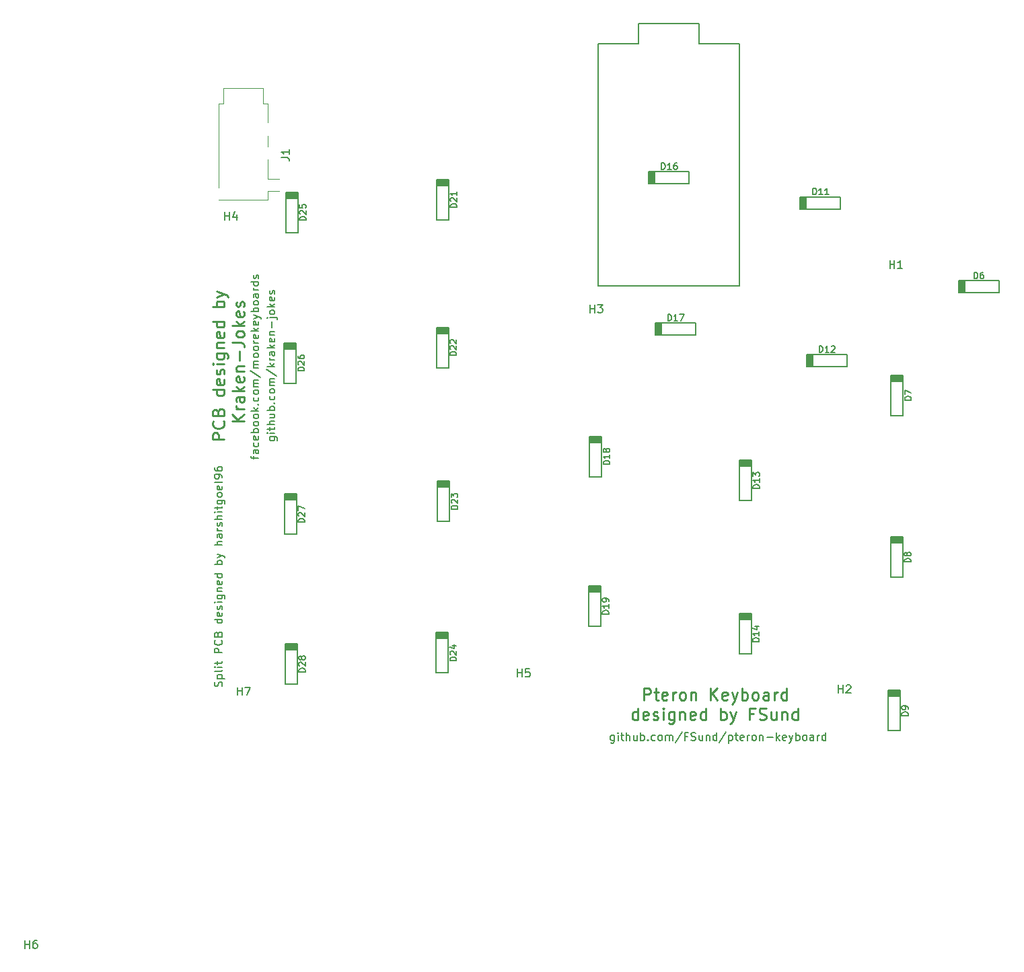
<source format=gbr>
%TF.GenerationSoftware,KiCad,Pcbnew,(5.1.7)-1*%
%TF.CreationDate,2021-04-13T00:10:30+05:30*%
%TF.ProjectId,Pteron56v0,50746572-6f6e-4353-9676-302e6b696361,rev?*%
%TF.SameCoordinates,Original*%
%TF.FileFunction,Legend,Top*%
%TF.FilePolarity,Positive*%
%FSLAX46Y46*%
G04 Gerber Fmt 4.6, Leading zero omitted, Abs format (unit mm)*
G04 Created by KiCad (PCBNEW (5.1.7)-1) date 2021-04-13 00:10:30*
%MOMM*%
%LPD*%
G01*
G04 APERTURE LIST*
%ADD10C,0.150000*%
%ADD11C,0.250000*%
%ADD12C,0.120000*%
G04 APERTURE END LIST*
D10*
X109259714Y-66761190D02*
X110069238Y-66761190D01*
X110164476Y-66808809D01*
X110212095Y-66856428D01*
X110259714Y-66951666D01*
X110259714Y-67094523D01*
X110212095Y-67189761D01*
X109878761Y-66761190D02*
X109926380Y-66856428D01*
X109926380Y-67046904D01*
X109878761Y-67142142D01*
X109831142Y-67189761D01*
X109735904Y-67237380D01*
X109450190Y-67237380D01*
X109354952Y-67189761D01*
X109307333Y-67142142D01*
X109259714Y-67046904D01*
X109259714Y-66856428D01*
X109307333Y-66761190D01*
X109926380Y-66285000D02*
X109259714Y-66285000D01*
X108926380Y-66285000D02*
X108974000Y-66332619D01*
X109021619Y-66285000D01*
X108974000Y-66237380D01*
X108926380Y-66285000D01*
X109021619Y-66285000D01*
X109259714Y-65951666D02*
X109259714Y-65570714D01*
X108926380Y-65808809D02*
X109783523Y-65808809D01*
X109878761Y-65761190D01*
X109926380Y-65665952D01*
X109926380Y-65570714D01*
X109926380Y-65237380D02*
X108926380Y-65237380D01*
X109926380Y-64808809D02*
X109402571Y-64808809D01*
X109307333Y-64856428D01*
X109259714Y-64951666D01*
X109259714Y-65094523D01*
X109307333Y-65189761D01*
X109354952Y-65237380D01*
X109259714Y-63904047D02*
X109926380Y-63904047D01*
X109259714Y-64332619D02*
X109783523Y-64332619D01*
X109878761Y-64285000D01*
X109926380Y-64189761D01*
X109926380Y-64046904D01*
X109878761Y-63951666D01*
X109831142Y-63904047D01*
X109926380Y-63427857D02*
X108926380Y-63427857D01*
X109307333Y-63427857D02*
X109259714Y-63332619D01*
X109259714Y-63142142D01*
X109307333Y-63046904D01*
X109354952Y-62999285D01*
X109450190Y-62951666D01*
X109735904Y-62951666D01*
X109831142Y-62999285D01*
X109878761Y-63046904D01*
X109926380Y-63142142D01*
X109926380Y-63332619D01*
X109878761Y-63427857D01*
X109831142Y-62523095D02*
X109878761Y-62475476D01*
X109926380Y-62523095D01*
X109878761Y-62570714D01*
X109831142Y-62523095D01*
X109926380Y-62523095D01*
X109878761Y-61618333D02*
X109926380Y-61713571D01*
X109926380Y-61904047D01*
X109878761Y-61999285D01*
X109831142Y-62046904D01*
X109735904Y-62094523D01*
X109450190Y-62094523D01*
X109354952Y-62046904D01*
X109307333Y-61999285D01*
X109259714Y-61904047D01*
X109259714Y-61713571D01*
X109307333Y-61618333D01*
X109926380Y-61046904D02*
X109878761Y-61142142D01*
X109831142Y-61189761D01*
X109735904Y-61237380D01*
X109450190Y-61237380D01*
X109354952Y-61189761D01*
X109307333Y-61142142D01*
X109259714Y-61046904D01*
X109259714Y-60904047D01*
X109307333Y-60808809D01*
X109354952Y-60761190D01*
X109450190Y-60713571D01*
X109735904Y-60713571D01*
X109831142Y-60761190D01*
X109878761Y-60808809D01*
X109926380Y-60904047D01*
X109926380Y-61046904D01*
X109926380Y-60285000D02*
X109259714Y-60285000D01*
X109354952Y-60285000D02*
X109307333Y-60237380D01*
X109259714Y-60142142D01*
X109259714Y-59999285D01*
X109307333Y-59904047D01*
X109402571Y-59856428D01*
X109926380Y-59856428D01*
X109402571Y-59856428D02*
X109307333Y-59808809D01*
X109259714Y-59713571D01*
X109259714Y-59570714D01*
X109307333Y-59475476D01*
X109402571Y-59427857D01*
X109926380Y-59427857D01*
X108878761Y-58237380D02*
X110164476Y-59094523D01*
X109926380Y-57904047D02*
X108926380Y-57904047D01*
X109545428Y-57808809D02*
X109926380Y-57523095D01*
X109259714Y-57523095D02*
X109640666Y-57904047D01*
X109926380Y-57094523D02*
X109259714Y-57094523D01*
X109450190Y-57094523D02*
X109354952Y-57046904D01*
X109307333Y-56999285D01*
X109259714Y-56904047D01*
X109259714Y-56808809D01*
X109926380Y-56046904D02*
X109402571Y-56046904D01*
X109307333Y-56094523D01*
X109259714Y-56189761D01*
X109259714Y-56380238D01*
X109307333Y-56475476D01*
X109878761Y-56046904D02*
X109926380Y-56142142D01*
X109926380Y-56380238D01*
X109878761Y-56475476D01*
X109783523Y-56523095D01*
X109688285Y-56523095D01*
X109593047Y-56475476D01*
X109545428Y-56380238D01*
X109545428Y-56142142D01*
X109497809Y-56046904D01*
X109926380Y-55570714D02*
X108926380Y-55570714D01*
X109545428Y-55475476D02*
X109926380Y-55189761D01*
X109259714Y-55189761D02*
X109640666Y-55570714D01*
X109878761Y-54380238D02*
X109926380Y-54475476D01*
X109926380Y-54665952D01*
X109878761Y-54761190D01*
X109783523Y-54808809D01*
X109402571Y-54808809D01*
X109307333Y-54761190D01*
X109259714Y-54665952D01*
X109259714Y-54475476D01*
X109307333Y-54380238D01*
X109402571Y-54332619D01*
X109497809Y-54332619D01*
X109593047Y-54808809D01*
X109259714Y-53904047D02*
X109926380Y-53904047D01*
X109354952Y-53904047D02*
X109307333Y-53856428D01*
X109259714Y-53761190D01*
X109259714Y-53618333D01*
X109307333Y-53523095D01*
X109402571Y-53475476D01*
X109926380Y-53475476D01*
X109545428Y-52999285D02*
X109545428Y-52237380D01*
X109259714Y-51761190D02*
X110116857Y-51761190D01*
X110212095Y-51808809D01*
X110259714Y-51904047D01*
X110259714Y-51951666D01*
X108926380Y-51761190D02*
X108974000Y-51808809D01*
X109021619Y-51761190D01*
X108974000Y-51713571D01*
X108926380Y-51761190D01*
X109021619Y-51761190D01*
X109926380Y-51142142D02*
X109878761Y-51237380D01*
X109831142Y-51285000D01*
X109735904Y-51332619D01*
X109450190Y-51332619D01*
X109354952Y-51285000D01*
X109307333Y-51237380D01*
X109259714Y-51142142D01*
X109259714Y-50999285D01*
X109307333Y-50904047D01*
X109354952Y-50856428D01*
X109450190Y-50808809D01*
X109735904Y-50808809D01*
X109831142Y-50856428D01*
X109878761Y-50904047D01*
X109926380Y-50999285D01*
X109926380Y-51142142D01*
X109926380Y-50380238D02*
X108926380Y-50380238D01*
X109545428Y-50285000D02*
X109926380Y-49999285D01*
X109259714Y-49999285D02*
X109640666Y-50380238D01*
X109878761Y-49189761D02*
X109926380Y-49285000D01*
X109926380Y-49475476D01*
X109878761Y-49570714D01*
X109783523Y-49618333D01*
X109402571Y-49618333D01*
X109307333Y-49570714D01*
X109259714Y-49475476D01*
X109259714Y-49285000D01*
X109307333Y-49189761D01*
X109402571Y-49142142D01*
X109497809Y-49142142D01*
X109593047Y-49618333D01*
X109878761Y-48761190D02*
X109926380Y-48665952D01*
X109926380Y-48475476D01*
X109878761Y-48380238D01*
X109783523Y-48332619D01*
X109735904Y-48332619D01*
X109640666Y-48380238D01*
X109593047Y-48475476D01*
X109593047Y-48618333D01*
X109545428Y-48713571D01*
X109450190Y-48761190D01*
X109402571Y-48761190D01*
X109307333Y-48713571D01*
X109259714Y-48618333D01*
X109259714Y-48475476D01*
X109307333Y-48380238D01*
X107227714Y-69531047D02*
X107227714Y-69150095D01*
X107894380Y-69388190D02*
X107037238Y-69388190D01*
X106942000Y-69340571D01*
X106894380Y-69245333D01*
X106894380Y-69150095D01*
X107894380Y-68388190D02*
X107370571Y-68388190D01*
X107275333Y-68435809D01*
X107227714Y-68531047D01*
X107227714Y-68721523D01*
X107275333Y-68816761D01*
X107846761Y-68388190D02*
X107894380Y-68483428D01*
X107894380Y-68721523D01*
X107846761Y-68816761D01*
X107751523Y-68864380D01*
X107656285Y-68864380D01*
X107561047Y-68816761D01*
X107513428Y-68721523D01*
X107513428Y-68483428D01*
X107465809Y-68388190D01*
X107846761Y-67483428D02*
X107894380Y-67578666D01*
X107894380Y-67769142D01*
X107846761Y-67864380D01*
X107799142Y-67912000D01*
X107703904Y-67959619D01*
X107418190Y-67959619D01*
X107322952Y-67912000D01*
X107275333Y-67864380D01*
X107227714Y-67769142D01*
X107227714Y-67578666D01*
X107275333Y-67483428D01*
X107846761Y-66673904D02*
X107894380Y-66769142D01*
X107894380Y-66959619D01*
X107846761Y-67054857D01*
X107751523Y-67102476D01*
X107370571Y-67102476D01*
X107275333Y-67054857D01*
X107227714Y-66959619D01*
X107227714Y-66769142D01*
X107275333Y-66673904D01*
X107370571Y-66626285D01*
X107465809Y-66626285D01*
X107561047Y-67102476D01*
X107894380Y-66197714D02*
X106894380Y-66197714D01*
X107275333Y-66197714D02*
X107227714Y-66102476D01*
X107227714Y-65912000D01*
X107275333Y-65816761D01*
X107322952Y-65769142D01*
X107418190Y-65721523D01*
X107703904Y-65721523D01*
X107799142Y-65769142D01*
X107846761Y-65816761D01*
X107894380Y-65912000D01*
X107894380Y-66102476D01*
X107846761Y-66197714D01*
X107894380Y-65150095D02*
X107846761Y-65245333D01*
X107799142Y-65292952D01*
X107703904Y-65340571D01*
X107418190Y-65340571D01*
X107322952Y-65292952D01*
X107275333Y-65245333D01*
X107227714Y-65150095D01*
X107227714Y-65007238D01*
X107275333Y-64912000D01*
X107322952Y-64864380D01*
X107418190Y-64816761D01*
X107703904Y-64816761D01*
X107799142Y-64864380D01*
X107846761Y-64912000D01*
X107894380Y-65007238D01*
X107894380Y-65150095D01*
X107894380Y-64245333D02*
X107846761Y-64340571D01*
X107799142Y-64388190D01*
X107703904Y-64435809D01*
X107418190Y-64435809D01*
X107322952Y-64388190D01*
X107275333Y-64340571D01*
X107227714Y-64245333D01*
X107227714Y-64102476D01*
X107275333Y-64007238D01*
X107322952Y-63959619D01*
X107418190Y-63912000D01*
X107703904Y-63912000D01*
X107799142Y-63959619D01*
X107846761Y-64007238D01*
X107894380Y-64102476D01*
X107894380Y-64245333D01*
X107894380Y-63483428D02*
X106894380Y-63483428D01*
X107513428Y-63388190D02*
X107894380Y-63102476D01*
X107227714Y-63102476D02*
X107608666Y-63483428D01*
X107799142Y-62673904D02*
X107846761Y-62626285D01*
X107894380Y-62673904D01*
X107846761Y-62721523D01*
X107799142Y-62673904D01*
X107894380Y-62673904D01*
X107846761Y-61769142D02*
X107894380Y-61864380D01*
X107894380Y-62054857D01*
X107846761Y-62150095D01*
X107799142Y-62197714D01*
X107703904Y-62245333D01*
X107418190Y-62245333D01*
X107322952Y-62197714D01*
X107275333Y-62150095D01*
X107227714Y-62054857D01*
X107227714Y-61864380D01*
X107275333Y-61769142D01*
X107894380Y-61197714D02*
X107846761Y-61292952D01*
X107799142Y-61340571D01*
X107703904Y-61388190D01*
X107418190Y-61388190D01*
X107322952Y-61340571D01*
X107275333Y-61292952D01*
X107227714Y-61197714D01*
X107227714Y-61054857D01*
X107275333Y-60959619D01*
X107322952Y-60912000D01*
X107418190Y-60864380D01*
X107703904Y-60864380D01*
X107799142Y-60912000D01*
X107846761Y-60959619D01*
X107894380Y-61054857D01*
X107894380Y-61197714D01*
X107894380Y-60435809D02*
X107227714Y-60435809D01*
X107322952Y-60435809D02*
X107275333Y-60388190D01*
X107227714Y-60292952D01*
X107227714Y-60150095D01*
X107275333Y-60054857D01*
X107370571Y-60007238D01*
X107894380Y-60007238D01*
X107370571Y-60007238D02*
X107275333Y-59959619D01*
X107227714Y-59864380D01*
X107227714Y-59721523D01*
X107275333Y-59626285D01*
X107370571Y-59578666D01*
X107894380Y-59578666D01*
X106846761Y-58388190D02*
X108132476Y-59245333D01*
X107894380Y-58054857D02*
X107227714Y-58054857D01*
X107322952Y-58054857D02*
X107275333Y-58007238D01*
X107227714Y-57912000D01*
X107227714Y-57769142D01*
X107275333Y-57673904D01*
X107370571Y-57626285D01*
X107894380Y-57626285D01*
X107370571Y-57626285D02*
X107275333Y-57578666D01*
X107227714Y-57483428D01*
X107227714Y-57340571D01*
X107275333Y-57245333D01*
X107370571Y-57197714D01*
X107894380Y-57197714D01*
X107894380Y-56578666D02*
X107846761Y-56673904D01*
X107799142Y-56721523D01*
X107703904Y-56769142D01*
X107418190Y-56769142D01*
X107322952Y-56721523D01*
X107275333Y-56673904D01*
X107227714Y-56578666D01*
X107227714Y-56435809D01*
X107275333Y-56340571D01*
X107322952Y-56292952D01*
X107418190Y-56245333D01*
X107703904Y-56245333D01*
X107799142Y-56292952D01*
X107846761Y-56340571D01*
X107894380Y-56435809D01*
X107894380Y-56578666D01*
X107894380Y-55673904D02*
X107846761Y-55769142D01*
X107799142Y-55816761D01*
X107703904Y-55864380D01*
X107418190Y-55864380D01*
X107322952Y-55816761D01*
X107275333Y-55769142D01*
X107227714Y-55673904D01*
X107227714Y-55531047D01*
X107275333Y-55435809D01*
X107322952Y-55388190D01*
X107418190Y-55340571D01*
X107703904Y-55340571D01*
X107799142Y-55388190D01*
X107846761Y-55435809D01*
X107894380Y-55531047D01*
X107894380Y-55673904D01*
X107894380Y-54912000D02*
X107227714Y-54912000D01*
X107418190Y-54912000D02*
X107322952Y-54864380D01*
X107275333Y-54816761D01*
X107227714Y-54721523D01*
X107227714Y-54626285D01*
X107846761Y-53912000D02*
X107894380Y-54007238D01*
X107894380Y-54197714D01*
X107846761Y-54292952D01*
X107751523Y-54340571D01*
X107370571Y-54340571D01*
X107275333Y-54292952D01*
X107227714Y-54197714D01*
X107227714Y-54007238D01*
X107275333Y-53912000D01*
X107370571Y-53864380D01*
X107465809Y-53864380D01*
X107561047Y-54340571D01*
X107894380Y-53435809D02*
X106894380Y-53435809D01*
X107513428Y-53340571D02*
X107894380Y-53054857D01*
X107227714Y-53054857D02*
X107608666Y-53435809D01*
X107846761Y-52245333D02*
X107894380Y-52340571D01*
X107894380Y-52531047D01*
X107846761Y-52626285D01*
X107751523Y-52673904D01*
X107370571Y-52673904D01*
X107275333Y-52626285D01*
X107227714Y-52531047D01*
X107227714Y-52340571D01*
X107275333Y-52245333D01*
X107370571Y-52197714D01*
X107465809Y-52197714D01*
X107561047Y-52673904D01*
X107227714Y-51864380D02*
X107894380Y-51626285D01*
X107227714Y-51388190D02*
X107894380Y-51626285D01*
X108132476Y-51721523D01*
X108180095Y-51769142D01*
X108227714Y-51864380D01*
X107894380Y-51007238D02*
X106894380Y-51007238D01*
X107275333Y-51007238D02*
X107227714Y-50912000D01*
X107227714Y-50721523D01*
X107275333Y-50626285D01*
X107322952Y-50578666D01*
X107418190Y-50531047D01*
X107703904Y-50531047D01*
X107799142Y-50578666D01*
X107846761Y-50626285D01*
X107894380Y-50721523D01*
X107894380Y-50912000D01*
X107846761Y-51007238D01*
X107894380Y-49959619D02*
X107846761Y-50054857D01*
X107799142Y-50102476D01*
X107703904Y-50150095D01*
X107418190Y-50150095D01*
X107322952Y-50102476D01*
X107275333Y-50054857D01*
X107227714Y-49959619D01*
X107227714Y-49816761D01*
X107275333Y-49721523D01*
X107322952Y-49673904D01*
X107418190Y-49626285D01*
X107703904Y-49626285D01*
X107799142Y-49673904D01*
X107846761Y-49721523D01*
X107894380Y-49816761D01*
X107894380Y-49959619D01*
X107894380Y-48769142D02*
X107370571Y-48769142D01*
X107275333Y-48816761D01*
X107227714Y-48912000D01*
X107227714Y-49102476D01*
X107275333Y-49197714D01*
X107846761Y-48769142D02*
X107894380Y-48864380D01*
X107894380Y-49102476D01*
X107846761Y-49197714D01*
X107751523Y-49245333D01*
X107656285Y-49245333D01*
X107561047Y-49197714D01*
X107513428Y-49102476D01*
X107513428Y-48864380D01*
X107465809Y-48769142D01*
X107894380Y-48292952D02*
X107227714Y-48292952D01*
X107418190Y-48292952D02*
X107322952Y-48245333D01*
X107275333Y-48197714D01*
X107227714Y-48102476D01*
X107227714Y-48007238D01*
X107894380Y-47245333D02*
X106894380Y-47245333D01*
X107846761Y-47245333D02*
X107894380Y-47340571D01*
X107894380Y-47531047D01*
X107846761Y-47626285D01*
X107799142Y-47673904D01*
X107703904Y-47721523D01*
X107418190Y-47721523D01*
X107322952Y-47673904D01*
X107275333Y-47626285D01*
X107227714Y-47531047D01*
X107227714Y-47340571D01*
X107275333Y-47245333D01*
X107846761Y-46816761D02*
X107894380Y-46721523D01*
X107894380Y-46531047D01*
X107846761Y-46435809D01*
X107751523Y-46388190D01*
X107703904Y-46388190D01*
X107608666Y-46435809D01*
X107561047Y-46531047D01*
X107561047Y-46673904D01*
X107513428Y-46769142D01*
X107418190Y-46816761D01*
X107370571Y-46816761D01*
X107275333Y-46769142D01*
X107227714Y-46673904D01*
X107227714Y-46531047D01*
X107275333Y-46435809D01*
X152639761Y-104306714D02*
X152639761Y-105116238D01*
X152592142Y-105211476D01*
X152544523Y-105259095D01*
X152449285Y-105306714D01*
X152306428Y-105306714D01*
X152211190Y-105259095D01*
X152639761Y-104925761D02*
X152544523Y-104973380D01*
X152354047Y-104973380D01*
X152258809Y-104925761D01*
X152211190Y-104878142D01*
X152163571Y-104782904D01*
X152163571Y-104497190D01*
X152211190Y-104401952D01*
X152258809Y-104354333D01*
X152354047Y-104306714D01*
X152544523Y-104306714D01*
X152639761Y-104354333D01*
X153115952Y-104973380D02*
X153115952Y-104306714D01*
X153115952Y-103973380D02*
X153068333Y-104021000D01*
X153115952Y-104068619D01*
X153163571Y-104021000D01*
X153115952Y-103973380D01*
X153115952Y-104068619D01*
X153449285Y-104306714D02*
X153830238Y-104306714D01*
X153592142Y-103973380D02*
X153592142Y-104830523D01*
X153639761Y-104925761D01*
X153735000Y-104973380D01*
X153830238Y-104973380D01*
X154163571Y-104973380D02*
X154163571Y-103973380D01*
X154592142Y-104973380D02*
X154592142Y-104449571D01*
X154544523Y-104354333D01*
X154449285Y-104306714D01*
X154306428Y-104306714D01*
X154211190Y-104354333D01*
X154163571Y-104401952D01*
X155496904Y-104306714D02*
X155496904Y-104973380D01*
X155068333Y-104306714D02*
X155068333Y-104830523D01*
X155115952Y-104925761D01*
X155211190Y-104973380D01*
X155354047Y-104973380D01*
X155449285Y-104925761D01*
X155496904Y-104878142D01*
X155973095Y-104973380D02*
X155973095Y-103973380D01*
X155973095Y-104354333D02*
X156068333Y-104306714D01*
X156258809Y-104306714D01*
X156354047Y-104354333D01*
X156401666Y-104401952D01*
X156449285Y-104497190D01*
X156449285Y-104782904D01*
X156401666Y-104878142D01*
X156354047Y-104925761D01*
X156258809Y-104973380D01*
X156068333Y-104973380D01*
X155973095Y-104925761D01*
X156877857Y-104878142D02*
X156925476Y-104925761D01*
X156877857Y-104973380D01*
X156830238Y-104925761D01*
X156877857Y-104878142D01*
X156877857Y-104973380D01*
X157782619Y-104925761D02*
X157687380Y-104973380D01*
X157496904Y-104973380D01*
X157401666Y-104925761D01*
X157354047Y-104878142D01*
X157306428Y-104782904D01*
X157306428Y-104497190D01*
X157354047Y-104401952D01*
X157401666Y-104354333D01*
X157496904Y-104306714D01*
X157687380Y-104306714D01*
X157782619Y-104354333D01*
X158354047Y-104973380D02*
X158258809Y-104925761D01*
X158211190Y-104878142D01*
X158163571Y-104782904D01*
X158163571Y-104497190D01*
X158211190Y-104401952D01*
X158258809Y-104354333D01*
X158354047Y-104306714D01*
X158496904Y-104306714D01*
X158592142Y-104354333D01*
X158639761Y-104401952D01*
X158687380Y-104497190D01*
X158687380Y-104782904D01*
X158639761Y-104878142D01*
X158592142Y-104925761D01*
X158496904Y-104973380D01*
X158354047Y-104973380D01*
X159115952Y-104973380D02*
X159115952Y-104306714D01*
X159115952Y-104401952D02*
X159163571Y-104354333D01*
X159258809Y-104306714D01*
X159401666Y-104306714D01*
X159496904Y-104354333D01*
X159544523Y-104449571D01*
X159544523Y-104973380D01*
X159544523Y-104449571D02*
X159592142Y-104354333D01*
X159687380Y-104306714D01*
X159830238Y-104306714D01*
X159925476Y-104354333D01*
X159973095Y-104449571D01*
X159973095Y-104973380D01*
X161163571Y-103925761D02*
X160306428Y-105211476D01*
X161830238Y-104449571D02*
X161496904Y-104449571D01*
X161496904Y-104973380D02*
X161496904Y-103973380D01*
X161973095Y-103973380D01*
X162306428Y-104925761D02*
X162449285Y-104973380D01*
X162687380Y-104973380D01*
X162782619Y-104925761D01*
X162830238Y-104878142D01*
X162877857Y-104782904D01*
X162877857Y-104687666D01*
X162830238Y-104592428D01*
X162782619Y-104544809D01*
X162687380Y-104497190D01*
X162496904Y-104449571D01*
X162401666Y-104401952D01*
X162354047Y-104354333D01*
X162306428Y-104259095D01*
X162306428Y-104163857D01*
X162354047Y-104068619D01*
X162401666Y-104021000D01*
X162496904Y-103973380D01*
X162734999Y-103973380D01*
X162877857Y-104021000D01*
X163734999Y-104306714D02*
X163734999Y-104973380D01*
X163306428Y-104306714D02*
X163306428Y-104830523D01*
X163354047Y-104925761D01*
X163449285Y-104973380D01*
X163592142Y-104973380D01*
X163687380Y-104925761D01*
X163734999Y-104878142D01*
X164211190Y-104306714D02*
X164211190Y-104973380D01*
X164211190Y-104401952D02*
X164258809Y-104354333D01*
X164354047Y-104306714D01*
X164496904Y-104306714D01*
X164592142Y-104354333D01*
X164639761Y-104449571D01*
X164639761Y-104973380D01*
X165544523Y-104973380D02*
X165544523Y-103973380D01*
X165544523Y-104925761D02*
X165449285Y-104973380D01*
X165258809Y-104973380D01*
X165163571Y-104925761D01*
X165115952Y-104878142D01*
X165068333Y-104782904D01*
X165068333Y-104497190D01*
X165115952Y-104401952D01*
X165163571Y-104354333D01*
X165258809Y-104306714D01*
X165449285Y-104306714D01*
X165544523Y-104354333D01*
X166734999Y-103925761D02*
X165877857Y-105211476D01*
X167068333Y-104306714D02*
X167068333Y-105306714D01*
X167068333Y-104354333D02*
X167163571Y-104306714D01*
X167354047Y-104306714D01*
X167449285Y-104354333D01*
X167496904Y-104401952D01*
X167544523Y-104497190D01*
X167544523Y-104782904D01*
X167496904Y-104878142D01*
X167449285Y-104925761D01*
X167354047Y-104973380D01*
X167163571Y-104973380D01*
X167068333Y-104925761D01*
X167830238Y-104306714D02*
X168211190Y-104306714D01*
X167973095Y-103973380D02*
X167973095Y-104830523D01*
X168020714Y-104925761D01*
X168115952Y-104973380D01*
X168211190Y-104973380D01*
X168925476Y-104925761D02*
X168830238Y-104973380D01*
X168639761Y-104973380D01*
X168544523Y-104925761D01*
X168496904Y-104830523D01*
X168496904Y-104449571D01*
X168544523Y-104354333D01*
X168639761Y-104306714D01*
X168830238Y-104306714D01*
X168925476Y-104354333D01*
X168973095Y-104449571D01*
X168973095Y-104544809D01*
X168496904Y-104640047D01*
X169401666Y-104973380D02*
X169401666Y-104306714D01*
X169401666Y-104497190D02*
X169449285Y-104401952D01*
X169496904Y-104354333D01*
X169592142Y-104306714D01*
X169687380Y-104306714D01*
X170163571Y-104973380D02*
X170068333Y-104925761D01*
X170020714Y-104878142D01*
X169973095Y-104782904D01*
X169973095Y-104497190D01*
X170020714Y-104401952D01*
X170068333Y-104354333D01*
X170163571Y-104306714D01*
X170306428Y-104306714D01*
X170401666Y-104354333D01*
X170449285Y-104401952D01*
X170496904Y-104497190D01*
X170496904Y-104782904D01*
X170449285Y-104878142D01*
X170401666Y-104925761D01*
X170306428Y-104973380D01*
X170163571Y-104973380D01*
X170925476Y-104306714D02*
X170925476Y-104973380D01*
X170925476Y-104401952D02*
X170973095Y-104354333D01*
X171068333Y-104306714D01*
X171211190Y-104306714D01*
X171306428Y-104354333D01*
X171354047Y-104449571D01*
X171354047Y-104973380D01*
X171830238Y-104592428D02*
X172592142Y-104592428D01*
X173068333Y-104973380D02*
X173068333Y-103973380D01*
X173163571Y-104592428D02*
X173449285Y-104973380D01*
X173449285Y-104306714D02*
X173068333Y-104687666D01*
X174258809Y-104925761D02*
X174163571Y-104973380D01*
X173973095Y-104973380D01*
X173877857Y-104925761D01*
X173830238Y-104830523D01*
X173830238Y-104449571D01*
X173877857Y-104354333D01*
X173973095Y-104306714D01*
X174163571Y-104306714D01*
X174258809Y-104354333D01*
X174306428Y-104449571D01*
X174306428Y-104544809D01*
X173830238Y-104640047D01*
X174639761Y-104306714D02*
X174877857Y-104973380D01*
X175115952Y-104306714D02*
X174877857Y-104973380D01*
X174782619Y-105211476D01*
X174734999Y-105259095D01*
X174639761Y-105306714D01*
X175496904Y-104973380D02*
X175496904Y-103973380D01*
X175496904Y-104354333D02*
X175592142Y-104306714D01*
X175782619Y-104306714D01*
X175877857Y-104354333D01*
X175925476Y-104401952D01*
X175973095Y-104497190D01*
X175973095Y-104782904D01*
X175925476Y-104878142D01*
X175877857Y-104925761D01*
X175782619Y-104973380D01*
X175592142Y-104973380D01*
X175496904Y-104925761D01*
X176544523Y-104973380D02*
X176449285Y-104925761D01*
X176401666Y-104878142D01*
X176354047Y-104782904D01*
X176354047Y-104497190D01*
X176401666Y-104401952D01*
X176449285Y-104354333D01*
X176544523Y-104306714D01*
X176687380Y-104306714D01*
X176782619Y-104354333D01*
X176830238Y-104401952D01*
X176877857Y-104497190D01*
X176877857Y-104782904D01*
X176830238Y-104878142D01*
X176782619Y-104925761D01*
X176687380Y-104973380D01*
X176544523Y-104973380D01*
X177734999Y-104973380D02*
X177734999Y-104449571D01*
X177687380Y-104354333D01*
X177592142Y-104306714D01*
X177401666Y-104306714D01*
X177306428Y-104354333D01*
X177734999Y-104925761D02*
X177639761Y-104973380D01*
X177401666Y-104973380D01*
X177306428Y-104925761D01*
X177258809Y-104830523D01*
X177258809Y-104735285D01*
X177306428Y-104640047D01*
X177401666Y-104592428D01*
X177639761Y-104592428D01*
X177734999Y-104544809D01*
X178211190Y-104973380D02*
X178211190Y-104306714D01*
X178211190Y-104497190D02*
X178258809Y-104401952D01*
X178306428Y-104354333D01*
X178401666Y-104306714D01*
X178496904Y-104306714D01*
X179258809Y-104973380D02*
X179258809Y-103973380D01*
X179258809Y-104925761D02*
X179163571Y-104973380D01*
X178973095Y-104973380D01*
X178877857Y-104925761D01*
X178830238Y-104878142D01*
X178782619Y-104782904D01*
X178782619Y-104497190D01*
X178830238Y-104401952D01*
X178877857Y-104354333D01*
X178973095Y-104306714D01*
X179163571Y-104306714D01*
X179258809Y-104354333D01*
D11*
X156354000Y-99885571D02*
X156354000Y-98385571D01*
X156925428Y-98385571D01*
X157068285Y-98457000D01*
X157139714Y-98528428D01*
X157211142Y-98671285D01*
X157211142Y-98885571D01*
X157139714Y-99028428D01*
X157068285Y-99099857D01*
X156925428Y-99171285D01*
X156354000Y-99171285D01*
X157639714Y-98885571D02*
X158211142Y-98885571D01*
X157854000Y-98385571D02*
X157854000Y-99671285D01*
X157925428Y-99814142D01*
X158068285Y-99885571D01*
X158211142Y-99885571D01*
X159282571Y-99814142D02*
X159139714Y-99885571D01*
X158854000Y-99885571D01*
X158711142Y-99814142D01*
X158639714Y-99671285D01*
X158639714Y-99099857D01*
X158711142Y-98957000D01*
X158854000Y-98885571D01*
X159139714Y-98885571D01*
X159282571Y-98957000D01*
X159354000Y-99099857D01*
X159354000Y-99242714D01*
X158639714Y-99385571D01*
X159996857Y-99885571D02*
X159996857Y-98885571D01*
X159996857Y-99171285D02*
X160068285Y-99028428D01*
X160139714Y-98957000D01*
X160282571Y-98885571D01*
X160425428Y-98885571D01*
X161139714Y-99885571D02*
X160996857Y-99814142D01*
X160925428Y-99742714D01*
X160854000Y-99599857D01*
X160854000Y-99171285D01*
X160925428Y-99028428D01*
X160996857Y-98957000D01*
X161139714Y-98885571D01*
X161354000Y-98885571D01*
X161496857Y-98957000D01*
X161568285Y-99028428D01*
X161639714Y-99171285D01*
X161639714Y-99599857D01*
X161568285Y-99742714D01*
X161496857Y-99814142D01*
X161354000Y-99885571D01*
X161139714Y-99885571D01*
X162282571Y-98885571D02*
X162282571Y-99885571D01*
X162282571Y-99028428D02*
X162354000Y-98957000D01*
X162496857Y-98885571D01*
X162711142Y-98885571D01*
X162854000Y-98957000D01*
X162925428Y-99099857D01*
X162925428Y-99885571D01*
X164782571Y-99885571D02*
X164782571Y-98385571D01*
X165639714Y-99885571D02*
X164996857Y-99028428D01*
X165639714Y-98385571D02*
X164782571Y-99242714D01*
X166854000Y-99814142D02*
X166711142Y-99885571D01*
X166425428Y-99885571D01*
X166282571Y-99814142D01*
X166211142Y-99671285D01*
X166211142Y-99099857D01*
X166282571Y-98957000D01*
X166425428Y-98885571D01*
X166711142Y-98885571D01*
X166854000Y-98957000D01*
X166925428Y-99099857D01*
X166925428Y-99242714D01*
X166211142Y-99385571D01*
X167425428Y-98885571D02*
X167782571Y-99885571D01*
X168139714Y-98885571D02*
X167782571Y-99885571D01*
X167639714Y-100242714D01*
X167568285Y-100314142D01*
X167425428Y-100385571D01*
X168711142Y-99885571D02*
X168711142Y-98385571D01*
X168711142Y-98957000D02*
X168854000Y-98885571D01*
X169139714Y-98885571D01*
X169282571Y-98957000D01*
X169354000Y-99028428D01*
X169425428Y-99171285D01*
X169425428Y-99599857D01*
X169354000Y-99742714D01*
X169282571Y-99814142D01*
X169139714Y-99885571D01*
X168854000Y-99885571D01*
X168711142Y-99814142D01*
X170282571Y-99885571D02*
X170139714Y-99814142D01*
X170068285Y-99742714D01*
X169996857Y-99599857D01*
X169996857Y-99171285D01*
X170068285Y-99028428D01*
X170139714Y-98957000D01*
X170282571Y-98885571D01*
X170496857Y-98885571D01*
X170639714Y-98957000D01*
X170711142Y-99028428D01*
X170782571Y-99171285D01*
X170782571Y-99599857D01*
X170711142Y-99742714D01*
X170639714Y-99814142D01*
X170496857Y-99885571D01*
X170282571Y-99885571D01*
X172068285Y-99885571D02*
X172068285Y-99099857D01*
X171996857Y-98957000D01*
X171854000Y-98885571D01*
X171568285Y-98885571D01*
X171425428Y-98957000D01*
X172068285Y-99814142D02*
X171925428Y-99885571D01*
X171568285Y-99885571D01*
X171425428Y-99814142D01*
X171354000Y-99671285D01*
X171354000Y-99528428D01*
X171425428Y-99385571D01*
X171568285Y-99314142D01*
X171925428Y-99314142D01*
X172068285Y-99242714D01*
X172782571Y-99885571D02*
X172782571Y-98885571D01*
X172782571Y-99171285D02*
X172854000Y-99028428D01*
X172925428Y-98957000D01*
X173068285Y-98885571D01*
X173211142Y-98885571D01*
X174354000Y-99885571D02*
X174354000Y-98385571D01*
X174354000Y-99814142D02*
X174211142Y-99885571D01*
X173925428Y-99885571D01*
X173782571Y-99814142D01*
X173711142Y-99742714D01*
X173639714Y-99599857D01*
X173639714Y-99171285D01*
X173711142Y-99028428D01*
X173782571Y-98957000D01*
X173925428Y-98885571D01*
X174211142Y-98885571D01*
X174354000Y-98957000D01*
X155604000Y-102385571D02*
X155604000Y-100885571D01*
X155604000Y-102314142D02*
X155461142Y-102385571D01*
X155175428Y-102385571D01*
X155032571Y-102314142D01*
X154961142Y-102242714D01*
X154889714Y-102099857D01*
X154889714Y-101671285D01*
X154961142Y-101528428D01*
X155032571Y-101457000D01*
X155175428Y-101385571D01*
X155461142Y-101385571D01*
X155604000Y-101457000D01*
X156889714Y-102314142D02*
X156746857Y-102385571D01*
X156461142Y-102385571D01*
X156318285Y-102314142D01*
X156246857Y-102171285D01*
X156246857Y-101599857D01*
X156318285Y-101457000D01*
X156461142Y-101385571D01*
X156746857Y-101385571D01*
X156889714Y-101457000D01*
X156961142Y-101599857D01*
X156961142Y-101742714D01*
X156246857Y-101885571D01*
X157532571Y-102314142D02*
X157675428Y-102385571D01*
X157961142Y-102385571D01*
X158104000Y-102314142D01*
X158175428Y-102171285D01*
X158175428Y-102099857D01*
X158104000Y-101957000D01*
X157961142Y-101885571D01*
X157746857Y-101885571D01*
X157604000Y-101814142D01*
X157532571Y-101671285D01*
X157532571Y-101599857D01*
X157604000Y-101457000D01*
X157746857Y-101385571D01*
X157961142Y-101385571D01*
X158104000Y-101457000D01*
X158818285Y-102385571D02*
X158818285Y-101385571D01*
X158818285Y-100885571D02*
X158746857Y-100957000D01*
X158818285Y-101028428D01*
X158889714Y-100957000D01*
X158818285Y-100885571D01*
X158818285Y-101028428D01*
X160175428Y-101385571D02*
X160175428Y-102599857D01*
X160104000Y-102742714D01*
X160032571Y-102814142D01*
X159889714Y-102885571D01*
X159675428Y-102885571D01*
X159532571Y-102814142D01*
X160175428Y-102314142D02*
X160032571Y-102385571D01*
X159746857Y-102385571D01*
X159604000Y-102314142D01*
X159532571Y-102242714D01*
X159461142Y-102099857D01*
X159461142Y-101671285D01*
X159532571Y-101528428D01*
X159604000Y-101457000D01*
X159746857Y-101385571D01*
X160032571Y-101385571D01*
X160175428Y-101457000D01*
X160889714Y-101385571D02*
X160889714Y-102385571D01*
X160889714Y-101528428D02*
X160961142Y-101457000D01*
X161104000Y-101385571D01*
X161318285Y-101385571D01*
X161461142Y-101457000D01*
X161532571Y-101599857D01*
X161532571Y-102385571D01*
X162818285Y-102314142D02*
X162675428Y-102385571D01*
X162389714Y-102385571D01*
X162246857Y-102314142D01*
X162175428Y-102171285D01*
X162175428Y-101599857D01*
X162246857Y-101457000D01*
X162389714Y-101385571D01*
X162675428Y-101385571D01*
X162818285Y-101457000D01*
X162889714Y-101599857D01*
X162889714Y-101742714D01*
X162175428Y-101885571D01*
X164175428Y-102385571D02*
X164175428Y-100885571D01*
X164175428Y-102314142D02*
X164032571Y-102385571D01*
X163746857Y-102385571D01*
X163604000Y-102314142D01*
X163532571Y-102242714D01*
X163461142Y-102099857D01*
X163461142Y-101671285D01*
X163532571Y-101528428D01*
X163604000Y-101457000D01*
X163746857Y-101385571D01*
X164032571Y-101385571D01*
X164175428Y-101457000D01*
X166032571Y-102385571D02*
X166032571Y-100885571D01*
X166032571Y-101457000D02*
X166175428Y-101385571D01*
X166461142Y-101385571D01*
X166604000Y-101457000D01*
X166675428Y-101528428D01*
X166746857Y-101671285D01*
X166746857Y-102099857D01*
X166675428Y-102242714D01*
X166604000Y-102314142D01*
X166461142Y-102385571D01*
X166175428Y-102385571D01*
X166032571Y-102314142D01*
X167246857Y-101385571D02*
X167604000Y-102385571D01*
X167961142Y-101385571D02*
X167604000Y-102385571D01*
X167461142Y-102742714D01*
X167389714Y-102814142D01*
X167246857Y-102885571D01*
X170175428Y-101599857D02*
X169675428Y-101599857D01*
X169675428Y-102385571D02*
X169675428Y-100885571D01*
X170389714Y-100885571D01*
X170889714Y-102314142D02*
X171104000Y-102385571D01*
X171461142Y-102385571D01*
X171604000Y-102314142D01*
X171675428Y-102242714D01*
X171746857Y-102099857D01*
X171746857Y-101957000D01*
X171675428Y-101814142D01*
X171604000Y-101742714D01*
X171461142Y-101671285D01*
X171175428Y-101599857D01*
X171032571Y-101528428D01*
X170961142Y-101457000D01*
X170889714Y-101314142D01*
X170889714Y-101171285D01*
X170961142Y-101028428D01*
X171032571Y-100957000D01*
X171175428Y-100885571D01*
X171532571Y-100885571D01*
X171746857Y-100957000D01*
X173032571Y-101385571D02*
X173032571Y-102385571D01*
X172389714Y-101385571D02*
X172389714Y-102171285D01*
X172461142Y-102314142D01*
X172604000Y-102385571D01*
X172818285Y-102385571D01*
X172961142Y-102314142D01*
X173032571Y-102242714D01*
X173746857Y-101385571D02*
X173746857Y-102385571D01*
X173746857Y-101528428D02*
X173818285Y-101457000D01*
X173961142Y-101385571D01*
X174175428Y-101385571D01*
X174318285Y-101457000D01*
X174389714Y-101599857D01*
X174389714Y-102385571D01*
X175746857Y-102385571D02*
X175746857Y-100885571D01*
X175746857Y-102314142D02*
X175604000Y-102385571D01*
X175318285Y-102385571D01*
X175175428Y-102314142D01*
X175104000Y-102242714D01*
X175032571Y-102099857D01*
X175032571Y-101671285D01*
X175104000Y-101528428D01*
X175175428Y-101457000D01*
X175318285Y-101385571D01*
X175604000Y-101385571D01*
X175746857Y-101457000D01*
D10*
X103274761Y-98161333D02*
X103322380Y-98018476D01*
X103322380Y-97780380D01*
X103274761Y-97685142D01*
X103227142Y-97637523D01*
X103131904Y-97589904D01*
X103036666Y-97589904D01*
X102941428Y-97637523D01*
X102893809Y-97685142D01*
X102846190Y-97780380D01*
X102798571Y-97970857D01*
X102750952Y-98066095D01*
X102703333Y-98113714D01*
X102608095Y-98161333D01*
X102512857Y-98161333D01*
X102417619Y-98113714D01*
X102370000Y-98066095D01*
X102322380Y-97970857D01*
X102322380Y-97732761D01*
X102370000Y-97589904D01*
X102655714Y-97161333D02*
X103655714Y-97161333D01*
X102703333Y-97161333D02*
X102655714Y-97066095D01*
X102655714Y-96875619D01*
X102703333Y-96780380D01*
X102750952Y-96732761D01*
X102846190Y-96685142D01*
X103131904Y-96685142D01*
X103227142Y-96732761D01*
X103274761Y-96780380D01*
X103322380Y-96875619D01*
X103322380Y-97066095D01*
X103274761Y-97161333D01*
X103322380Y-96113714D02*
X103274761Y-96208952D01*
X103179523Y-96256571D01*
X102322380Y-96256571D01*
X103322380Y-95732761D02*
X102655714Y-95732761D01*
X102322380Y-95732761D02*
X102370000Y-95780380D01*
X102417619Y-95732761D01*
X102370000Y-95685142D01*
X102322380Y-95732761D01*
X102417619Y-95732761D01*
X102655714Y-95399428D02*
X102655714Y-95018476D01*
X102322380Y-95256571D02*
X103179523Y-95256571D01*
X103274761Y-95208952D01*
X103322380Y-95113714D01*
X103322380Y-95018476D01*
X103322380Y-93923238D02*
X102322380Y-93923238D01*
X102322380Y-93542285D01*
X102370000Y-93447047D01*
X102417619Y-93399428D01*
X102512857Y-93351809D01*
X102655714Y-93351809D01*
X102750952Y-93399428D01*
X102798571Y-93447047D01*
X102846190Y-93542285D01*
X102846190Y-93923238D01*
X103227142Y-92351809D02*
X103274761Y-92399428D01*
X103322380Y-92542285D01*
X103322380Y-92637523D01*
X103274761Y-92780380D01*
X103179523Y-92875619D01*
X103084285Y-92923238D01*
X102893809Y-92970857D01*
X102750952Y-92970857D01*
X102560476Y-92923238D01*
X102465238Y-92875619D01*
X102370000Y-92780380D01*
X102322380Y-92637523D01*
X102322380Y-92542285D01*
X102370000Y-92399428D01*
X102417619Y-92351809D01*
X102798571Y-91589904D02*
X102846190Y-91447047D01*
X102893809Y-91399428D01*
X102989047Y-91351809D01*
X103131904Y-91351809D01*
X103227142Y-91399428D01*
X103274761Y-91447047D01*
X103322380Y-91542285D01*
X103322380Y-91923238D01*
X102322380Y-91923238D01*
X102322380Y-91589904D01*
X102370000Y-91494666D01*
X102417619Y-91447047D01*
X102512857Y-91399428D01*
X102608095Y-91399428D01*
X102703333Y-91447047D01*
X102750952Y-91494666D01*
X102798571Y-91589904D01*
X102798571Y-91923238D01*
X103322380Y-89732761D02*
X102322380Y-89732761D01*
X103274761Y-89732761D02*
X103322380Y-89828000D01*
X103322380Y-90018476D01*
X103274761Y-90113714D01*
X103227142Y-90161333D01*
X103131904Y-90208952D01*
X102846190Y-90208952D01*
X102750952Y-90161333D01*
X102703333Y-90113714D01*
X102655714Y-90018476D01*
X102655714Y-89828000D01*
X102703333Y-89732761D01*
X103274761Y-88875619D02*
X103322380Y-88970857D01*
X103322380Y-89161333D01*
X103274761Y-89256571D01*
X103179523Y-89304190D01*
X102798571Y-89304190D01*
X102703333Y-89256571D01*
X102655714Y-89161333D01*
X102655714Y-88970857D01*
X102703333Y-88875619D01*
X102798571Y-88828000D01*
X102893809Y-88828000D01*
X102989047Y-89304190D01*
X103274761Y-88447047D02*
X103322380Y-88351809D01*
X103322380Y-88161333D01*
X103274761Y-88066095D01*
X103179523Y-88018476D01*
X103131904Y-88018476D01*
X103036666Y-88066095D01*
X102989047Y-88161333D01*
X102989047Y-88304190D01*
X102941428Y-88399428D01*
X102846190Y-88447047D01*
X102798571Y-88447047D01*
X102703333Y-88399428D01*
X102655714Y-88304190D01*
X102655714Y-88161333D01*
X102703333Y-88066095D01*
X103322380Y-87589904D02*
X102655714Y-87589904D01*
X102322380Y-87589904D02*
X102370000Y-87637523D01*
X102417619Y-87589904D01*
X102370000Y-87542285D01*
X102322380Y-87589904D01*
X102417619Y-87589904D01*
X102655714Y-86685142D02*
X103465238Y-86685142D01*
X103560476Y-86732761D01*
X103608095Y-86780380D01*
X103655714Y-86875619D01*
X103655714Y-87018476D01*
X103608095Y-87113714D01*
X103274761Y-86685142D02*
X103322380Y-86780380D01*
X103322380Y-86970857D01*
X103274761Y-87066095D01*
X103227142Y-87113714D01*
X103131904Y-87161333D01*
X102846190Y-87161333D01*
X102750952Y-87113714D01*
X102703333Y-87066095D01*
X102655714Y-86970857D01*
X102655714Y-86780380D01*
X102703333Y-86685142D01*
X102655714Y-86208952D02*
X103322380Y-86208952D01*
X102750952Y-86208952D02*
X102703333Y-86161333D01*
X102655714Y-86066095D01*
X102655714Y-85923238D01*
X102703333Y-85828000D01*
X102798571Y-85780380D01*
X103322380Y-85780380D01*
X103274761Y-84923238D02*
X103322380Y-85018476D01*
X103322380Y-85208952D01*
X103274761Y-85304190D01*
X103179523Y-85351809D01*
X102798571Y-85351809D01*
X102703333Y-85304190D01*
X102655714Y-85208952D01*
X102655714Y-85018476D01*
X102703333Y-84923238D01*
X102798571Y-84875619D01*
X102893809Y-84875619D01*
X102989047Y-85351809D01*
X103322380Y-84018476D02*
X102322380Y-84018476D01*
X103274761Y-84018476D02*
X103322380Y-84113714D01*
X103322380Y-84304190D01*
X103274761Y-84399428D01*
X103227142Y-84447047D01*
X103131904Y-84494666D01*
X102846190Y-84494666D01*
X102750952Y-84447047D01*
X102703333Y-84399428D01*
X102655714Y-84304190D01*
X102655714Y-84113714D01*
X102703333Y-84018476D01*
X103322380Y-82780380D02*
X102322380Y-82780380D01*
X102703333Y-82780380D02*
X102655714Y-82685142D01*
X102655714Y-82494666D01*
X102703333Y-82399428D01*
X102750952Y-82351809D01*
X102846190Y-82304190D01*
X103131904Y-82304190D01*
X103227142Y-82351809D01*
X103274761Y-82399428D01*
X103322380Y-82494666D01*
X103322380Y-82685142D01*
X103274761Y-82780380D01*
X102655714Y-81970857D02*
X103322380Y-81732761D01*
X102655714Y-81494666D02*
X103322380Y-81732761D01*
X103560476Y-81828000D01*
X103608095Y-81875619D01*
X103655714Y-81970857D01*
X103322380Y-80351809D02*
X102322380Y-80351809D01*
X103322380Y-79923238D02*
X102798571Y-79923238D01*
X102703333Y-79970857D01*
X102655714Y-80066095D01*
X102655714Y-80208952D01*
X102703333Y-80304190D01*
X102750952Y-80351809D01*
X103322380Y-79018476D02*
X102798571Y-79018476D01*
X102703333Y-79066095D01*
X102655714Y-79161333D01*
X102655714Y-79351809D01*
X102703333Y-79447047D01*
X103274761Y-79018476D02*
X103322380Y-79113714D01*
X103322380Y-79351809D01*
X103274761Y-79447047D01*
X103179523Y-79494666D01*
X103084285Y-79494666D01*
X102989047Y-79447047D01*
X102941428Y-79351809D01*
X102941428Y-79113714D01*
X102893809Y-79018476D01*
X103322380Y-78542285D02*
X102655714Y-78542285D01*
X102846190Y-78542285D02*
X102750952Y-78494666D01*
X102703333Y-78447047D01*
X102655714Y-78351809D01*
X102655714Y-78256571D01*
X103274761Y-77970857D02*
X103322380Y-77875619D01*
X103322380Y-77685142D01*
X103274761Y-77589904D01*
X103179523Y-77542285D01*
X103131904Y-77542285D01*
X103036666Y-77589904D01*
X102989047Y-77685142D01*
X102989047Y-77828000D01*
X102941428Y-77923238D01*
X102846190Y-77970857D01*
X102798571Y-77970857D01*
X102703333Y-77923238D01*
X102655714Y-77828000D01*
X102655714Y-77685142D01*
X102703333Y-77589904D01*
X103322380Y-77113714D02*
X102322380Y-77113714D01*
X103322380Y-76685142D02*
X102798571Y-76685142D01*
X102703333Y-76732761D01*
X102655714Y-76828000D01*
X102655714Y-76970857D01*
X102703333Y-77066095D01*
X102750952Y-77113714D01*
X103322380Y-76208952D02*
X102655714Y-76208952D01*
X102322380Y-76208952D02*
X102370000Y-76256571D01*
X102417619Y-76208952D01*
X102370000Y-76161333D01*
X102322380Y-76208952D01*
X102417619Y-76208952D01*
X102655714Y-75875619D02*
X102655714Y-75494666D01*
X102322380Y-75732761D02*
X103179523Y-75732761D01*
X103274761Y-75685142D01*
X103322380Y-75589904D01*
X103322380Y-75494666D01*
X102655714Y-74732761D02*
X103465238Y-74732761D01*
X103560476Y-74780380D01*
X103608095Y-74828000D01*
X103655714Y-74923238D01*
X103655714Y-75066095D01*
X103608095Y-75161333D01*
X103274761Y-74732761D02*
X103322380Y-74828000D01*
X103322380Y-75018476D01*
X103274761Y-75113714D01*
X103227142Y-75161333D01*
X103131904Y-75208952D01*
X102846190Y-75208952D01*
X102750952Y-75161333D01*
X102703333Y-75113714D01*
X102655714Y-75018476D01*
X102655714Y-74828000D01*
X102703333Y-74732761D01*
X103322380Y-74113714D02*
X103274761Y-74208952D01*
X103227142Y-74256571D01*
X103131904Y-74304190D01*
X102846190Y-74304190D01*
X102750952Y-74256571D01*
X102703333Y-74208952D01*
X102655714Y-74113714D01*
X102655714Y-73970857D01*
X102703333Y-73875619D01*
X102750952Y-73828000D01*
X102846190Y-73780380D01*
X103131904Y-73780380D01*
X103227142Y-73828000D01*
X103274761Y-73875619D01*
X103322380Y-73970857D01*
X103322380Y-74113714D01*
X103274761Y-72970857D02*
X103322380Y-73066095D01*
X103322380Y-73256571D01*
X103274761Y-73351809D01*
X103179523Y-73399428D01*
X102798571Y-73399428D01*
X102703333Y-73351809D01*
X102655714Y-73256571D01*
X102655714Y-73066095D01*
X102703333Y-72970857D01*
X102798571Y-72923238D01*
X102893809Y-72923238D01*
X102989047Y-73399428D01*
X103322380Y-72351809D02*
X103274761Y-72447047D01*
X103179523Y-72494666D01*
X102322380Y-72494666D01*
X103322380Y-71923238D02*
X103322380Y-71732761D01*
X103274761Y-71637523D01*
X103227142Y-71589904D01*
X103084285Y-71494666D01*
X102893809Y-71447047D01*
X102512857Y-71447047D01*
X102417619Y-71494666D01*
X102370000Y-71542285D01*
X102322380Y-71637523D01*
X102322380Y-71828000D01*
X102370000Y-71923238D01*
X102417619Y-71970857D01*
X102512857Y-72018476D01*
X102750952Y-72018476D01*
X102846190Y-71970857D01*
X102893809Y-71923238D01*
X102941428Y-71828000D01*
X102941428Y-71637523D01*
X102893809Y-71542285D01*
X102846190Y-71494666D01*
X102750952Y-71447047D01*
X102322380Y-70589904D02*
X102322380Y-70780380D01*
X102370000Y-70875619D01*
X102417619Y-70923238D01*
X102560476Y-71018476D01*
X102750952Y-71066095D01*
X103131904Y-71066095D01*
X103227142Y-71018476D01*
X103274761Y-70970857D01*
X103322380Y-70875619D01*
X103322380Y-70685142D01*
X103274761Y-70589904D01*
X103227142Y-70542285D01*
X103131904Y-70494666D01*
X102893809Y-70494666D01*
X102798571Y-70542285D01*
X102750952Y-70589904D01*
X102703333Y-70685142D01*
X102703333Y-70875619D01*
X102750952Y-70970857D01*
X102798571Y-71018476D01*
X102893809Y-71066095D01*
D11*
X103568571Y-67098428D02*
X102068571Y-67098428D01*
X102068571Y-66527000D01*
X102140000Y-66384142D01*
X102211428Y-66312714D01*
X102354285Y-66241285D01*
X102568571Y-66241285D01*
X102711428Y-66312714D01*
X102782857Y-66384142D01*
X102854285Y-66527000D01*
X102854285Y-67098428D01*
X103425714Y-64741285D02*
X103497142Y-64812714D01*
X103568571Y-65027000D01*
X103568571Y-65169857D01*
X103497142Y-65384142D01*
X103354285Y-65527000D01*
X103211428Y-65598428D01*
X102925714Y-65669857D01*
X102711428Y-65669857D01*
X102425714Y-65598428D01*
X102282857Y-65527000D01*
X102140000Y-65384142D01*
X102068571Y-65169857D01*
X102068571Y-65027000D01*
X102140000Y-64812714D01*
X102211428Y-64741285D01*
X102782857Y-63598428D02*
X102854285Y-63384142D01*
X102925714Y-63312714D01*
X103068571Y-63241285D01*
X103282857Y-63241285D01*
X103425714Y-63312714D01*
X103497142Y-63384142D01*
X103568571Y-63527000D01*
X103568571Y-64098428D01*
X102068571Y-64098428D01*
X102068571Y-63598428D01*
X102140000Y-63455571D01*
X102211428Y-63384142D01*
X102354285Y-63312714D01*
X102497142Y-63312714D01*
X102640000Y-63384142D01*
X102711428Y-63455571D01*
X102782857Y-63598428D01*
X102782857Y-64098428D01*
X103568571Y-60812714D02*
X102068571Y-60812714D01*
X103497142Y-60812714D02*
X103568571Y-60955571D01*
X103568571Y-61241285D01*
X103497142Y-61384142D01*
X103425714Y-61455571D01*
X103282857Y-61527000D01*
X102854285Y-61527000D01*
X102711428Y-61455571D01*
X102640000Y-61384142D01*
X102568571Y-61241285D01*
X102568571Y-60955571D01*
X102640000Y-60812714D01*
X103497142Y-59527000D02*
X103568571Y-59669857D01*
X103568571Y-59955571D01*
X103497142Y-60098428D01*
X103354285Y-60169857D01*
X102782857Y-60169857D01*
X102640000Y-60098428D01*
X102568571Y-59955571D01*
X102568571Y-59669857D01*
X102640000Y-59527000D01*
X102782857Y-59455571D01*
X102925714Y-59455571D01*
X103068571Y-60169857D01*
X103497142Y-58884142D02*
X103568571Y-58741285D01*
X103568571Y-58455571D01*
X103497142Y-58312714D01*
X103354285Y-58241285D01*
X103282857Y-58241285D01*
X103140000Y-58312714D01*
X103068571Y-58455571D01*
X103068571Y-58669857D01*
X102997142Y-58812714D01*
X102854285Y-58884142D01*
X102782857Y-58884142D01*
X102640000Y-58812714D01*
X102568571Y-58669857D01*
X102568571Y-58455571D01*
X102640000Y-58312714D01*
X103568571Y-57598428D02*
X102568571Y-57598428D01*
X102068571Y-57598428D02*
X102140000Y-57669857D01*
X102211428Y-57598428D01*
X102140000Y-57527000D01*
X102068571Y-57598428D01*
X102211428Y-57598428D01*
X102568571Y-56241285D02*
X103782857Y-56241285D01*
X103925714Y-56312714D01*
X103997142Y-56384142D01*
X104068571Y-56527000D01*
X104068571Y-56741285D01*
X103997142Y-56884142D01*
X103497142Y-56241285D02*
X103568571Y-56384142D01*
X103568571Y-56669857D01*
X103497142Y-56812714D01*
X103425714Y-56884142D01*
X103282857Y-56955571D01*
X102854285Y-56955571D01*
X102711428Y-56884142D01*
X102640000Y-56812714D01*
X102568571Y-56669857D01*
X102568571Y-56384142D01*
X102640000Y-56241285D01*
X102568571Y-55527000D02*
X103568571Y-55527000D01*
X102711428Y-55527000D02*
X102640000Y-55455571D01*
X102568571Y-55312714D01*
X102568571Y-55098428D01*
X102640000Y-54955571D01*
X102782857Y-54884142D01*
X103568571Y-54884142D01*
X103497142Y-53598428D02*
X103568571Y-53741285D01*
X103568571Y-54027000D01*
X103497142Y-54169857D01*
X103354285Y-54241285D01*
X102782857Y-54241285D01*
X102640000Y-54169857D01*
X102568571Y-54027000D01*
X102568571Y-53741285D01*
X102640000Y-53598428D01*
X102782857Y-53527000D01*
X102925714Y-53527000D01*
X103068571Y-54241285D01*
X103568571Y-52241285D02*
X102068571Y-52241285D01*
X103497142Y-52241285D02*
X103568571Y-52384142D01*
X103568571Y-52669857D01*
X103497142Y-52812714D01*
X103425714Y-52884142D01*
X103282857Y-52955571D01*
X102854285Y-52955571D01*
X102711428Y-52884142D01*
X102640000Y-52812714D01*
X102568571Y-52669857D01*
X102568571Y-52384142D01*
X102640000Y-52241285D01*
X103568571Y-50384142D02*
X102068571Y-50384142D01*
X102640000Y-50384142D02*
X102568571Y-50241285D01*
X102568571Y-49955571D01*
X102640000Y-49812714D01*
X102711428Y-49741285D01*
X102854285Y-49669857D01*
X103282857Y-49669857D01*
X103425714Y-49741285D01*
X103497142Y-49812714D01*
X103568571Y-49955571D01*
X103568571Y-50241285D01*
X103497142Y-50384142D01*
X102568571Y-49169857D02*
X103568571Y-48812714D01*
X102568571Y-48455571D02*
X103568571Y-48812714D01*
X103925714Y-48955571D01*
X103997142Y-49027000D01*
X104068571Y-49169857D01*
X106068571Y-64777000D02*
X104568571Y-64777000D01*
X106068571Y-63919857D02*
X105211428Y-64562714D01*
X104568571Y-63919857D02*
X105425714Y-64777000D01*
X106068571Y-63277000D02*
X105068571Y-63277000D01*
X105354285Y-63277000D02*
X105211428Y-63205571D01*
X105140000Y-63134142D01*
X105068571Y-62991285D01*
X105068571Y-62848428D01*
X106068571Y-61705571D02*
X105282857Y-61705571D01*
X105140000Y-61777000D01*
X105068571Y-61919857D01*
X105068571Y-62205571D01*
X105140000Y-62348428D01*
X105997142Y-61705571D02*
X106068571Y-61848428D01*
X106068571Y-62205571D01*
X105997142Y-62348428D01*
X105854285Y-62419857D01*
X105711428Y-62419857D01*
X105568571Y-62348428D01*
X105497142Y-62205571D01*
X105497142Y-61848428D01*
X105425714Y-61705571D01*
X106068571Y-60991285D02*
X104568571Y-60991285D01*
X105497142Y-60848428D02*
X106068571Y-60419857D01*
X105068571Y-60419857D02*
X105640000Y-60991285D01*
X105997142Y-59205571D02*
X106068571Y-59348428D01*
X106068571Y-59634142D01*
X105997142Y-59777000D01*
X105854285Y-59848428D01*
X105282857Y-59848428D01*
X105140000Y-59777000D01*
X105068571Y-59634142D01*
X105068571Y-59348428D01*
X105140000Y-59205571D01*
X105282857Y-59134142D01*
X105425714Y-59134142D01*
X105568571Y-59848428D01*
X105068571Y-58491285D02*
X106068571Y-58491285D01*
X105211428Y-58491285D02*
X105140000Y-58419857D01*
X105068571Y-58277000D01*
X105068571Y-58062714D01*
X105140000Y-57919857D01*
X105282857Y-57848428D01*
X106068571Y-57848428D01*
X105497142Y-57134142D02*
X105497142Y-55991285D01*
X104568571Y-54848428D02*
X105640000Y-54848428D01*
X105854285Y-54919857D01*
X105997142Y-55062714D01*
X106068571Y-55277000D01*
X106068571Y-55419857D01*
X106068571Y-53919857D02*
X105997142Y-54062714D01*
X105925714Y-54134142D01*
X105782857Y-54205571D01*
X105354285Y-54205571D01*
X105211428Y-54134142D01*
X105140000Y-54062714D01*
X105068571Y-53919857D01*
X105068571Y-53705571D01*
X105140000Y-53562714D01*
X105211428Y-53491285D01*
X105354285Y-53419857D01*
X105782857Y-53419857D01*
X105925714Y-53491285D01*
X105997142Y-53562714D01*
X106068571Y-53705571D01*
X106068571Y-53919857D01*
X106068571Y-52777000D02*
X104568571Y-52777000D01*
X105497142Y-52634142D02*
X106068571Y-52205571D01*
X105068571Y-52205571D02*
X105640000Y-52777000D01*
X105997142Y-50991285D02*
X106068571Y-51134142D01*
X106068571Y-51419857D01*
X105997142Y-51562714D01*
X105854285Y-51634142D01*
X105282857Y-51634142D01*
X105140000Y-51562714D01*
X105068571Y-51419857D01*
X105068571Y-51134142D01*
X105140000Y-50991285D01*
X105282857Y-50919857D01*
X105425714Y-50919857D01*
X105568571Y-51634142D01*
X105997142Y-50348428D02*
X106068571Y-50205571D01*
X106068571Y-49919857D01*
X105997142Y-49777000D01*
X105854285Y-49705571D01*
X105782857Y-49705571D01*
X105640000Y-49777000D01*
X105568571Y-49919857D01*
X105568571Y-50134142D01*
X105497142Y-50277000D01*
X105354285Y-50348428D01*
X105282857Y-50348428D01*
X105140000Y-50277000D01*
X105068571Y-50134142D01*
X105068571Y-49919857D01*
X105140000Y-49777000D01*
D10*
%TO.C,D28*%
X112757245Y-97886640D02*
X112757245Y-92806640D01*
X112757245Y-92806640D02*
X111233245Y-92806640D01*
X111233245Y-92806640D02*
X111233245Y-97886640D01*
X111233245Y-97886640D02*
X112757245Y-97886640D01*
X112757245Y-97886640D02*
X112757245Y-97378640D01*
X112757245Y-93187640D02*
X111233245Y-93187640D01*
X111233245Y-93060640D02*
X112757245Y-93060640D01*
X112757245Y-92933640D02*
X111233245Y-92933640D01*
X111233245Y-93314640D02*
X112757245Y-93314640D01*
X112757245Y-93441640D02*
X111233245Y-93441640D01*
X112757245Y-93568640D02*
X111233245Y-93568640D01*
%TO.C,D27*%
X112665079Y-79032861D02*
X112665079Y-73952861D01*
X112665079Y-73952861D02*
X111141079Y-73952861D01*
X111141079Y-73952861D02*
X111141079Y-79032861D01*
X111141079Y-79032861D02*
X112665079Y-79032861D01*
X112665079Y-79032861D02*
X112665079Y-78524861D01*
X112665079Y-74333861D02*
X111141079Y-74333861D01*
X111141079Y-74206861D02*
X112665079Y-74206861D01*
X112665079Y-74079861D02*
X111141079Y-74079861D01*
X111141079Y-74460861D02*
X112665079Y-74460861D01*
X112665079Y-74587861D02*
X111141079Y-74587861D01*
X112665079Y-74714861D02*
X111141079Y-74714861D01*
%TO.C,D26*%
X112621426Y-59997964D02*
X112621426Y-54917964D01*
X112621426Y-54917964D02*
X111097426Y-54917964D01*
X111097426Y-54917964D02*
X111097426Y-59997964D01*
X111097426Y-59997964D02*
X112621426Y-59997964D01*
X112621426Y-59997964D02*
X112621426Y-59489964D01*
X112621426Y-55298964D02*
X111097426Y-55298964D01*
X111097426Y-55171964D02*
X112621426Y-55171964D01*
X112621426Y-55044964D02*
X111097426Y-55044964D01*
X111097426Y-55425964D02*
X112621426Y-55425964D01*
X112621426Y-55552964D02*
X111097426Y-55552964D01*
X112621426Y-55679964D02*
X111097426Y-55679964D01*
%TO.C,D25*%
X112849456Y-41035865D02*
X112849456Y-35955865D01*
X112849456Y-35955865D02*
X111325456Y-35955865D01*
X111325456Y-35955865D02*
X111325456Y-41035865D01*
X111325456Y-41035865D02*
X112849456Y-41035865D01*
X112849456Y-41035865D02*
X112849456Y-40527865D01*
X112849456Y-36336865D02*
X111325456Y-36336865D01*
X111325456Y-36209865D02*
X112849456Y-36209865D01*
X112849456Y-36082865D02*
X111325456Y-36082865D01*
X111325456Y-36463865D02*
X112849456Y-36463865D01*
X112849456Y-36590865D02*
X111325456Y-36590865D01*
X112849456Y-36717865D02*
X111325456Y-36717865D01*
%TO.C,D24*%
X131769609Y-96478162D02*
X131769609Y-91398162D01*
X131769609Y-91398162D02*
X130245609Y-91398162D01*
X130245609Y-91398162D02*
X130245609Y-96478162D01*
X130245609Y-96478162D02*
X131769609Y-96478162D01*
X131769609Y-96478162D02*
X131769609Y-95970162D01*
X131769609Y-91779162D02*
X130245609Y-91779162D01*
X130245609Y-91652162D02*
X131769609Y-91652162D01*
X131769609Y-91525162D02*
X130245609Y-91525162D01*
X130245609Y-91906162D02*
X131769609Y-91906162D01*
X131769609Y-92033162D02*
X130245609Y-92033162D01*
X131769609Y-92160162D02*
X130245609Y-92160162D01*
%TO.C,D23*%
X131931349Y-77401240D02*
X131931349Y-72321240D01*
X131931349Y-72321240D02*
X130407349Y-72321240D01*
X130407349Y-72321240D02*
X130407349Y-77401240D01*
X130407349Y-77401240D02*
X131931349Y-77401240D01*
X131931349Y-77401240D02*
X131931349Y-76893240D01*
X131931349Y-72702240D02*
X130407349Y-72702240D01*
X130407349Y-72575240D02*
X131931349Y-72575240D01*
X131931349Y-72448240D02*
X130407349Y-72448240D01*
X130407349Y-72829240D02*
X131931349Y-72829240D01*
X131931349Y-72956240D02*
X130407349Y-72956240D01*
X131931349Y-73083240D02*
X130407349Y-73083240D01*
%TO.C,D22*%
X131779392Y-58046155D02*
X131779392Y-52966155D01*
X131779392Y-52966155D02*
X130255392Y-52966155D01*
X130255392Y-52966155D02*
X130255392Y-58046155D01*
X130255392Y-58046155D02*
X131779392Y-58046155D01*
X131779392Y-58046155D02*
X131779392Y-57538155D01*
X131779392Y-53347155D02*
X130255392Y-53347155D01*
X130255392Y-53220155D02*
X131779392Y-53220155D01*
X131779392Y-53093155D02*
X130255392Y-53093155D01*
X130255392Y-53474155D02*
X131779392Y-53474155D01*
X131779392Y-53601155D02*
X130255392Y-53601155D01*
X131779392Y-53728155D02*
X130255392Y-53728155D01*
%TO.C,D21*%
X131819795Y-39422007D02*
X131819795Y-34342007D01*
X131819795Y-34342007D02*
X130295795Y-34342007D01*
X130295795Y-34342007D02*
X130295795Y-39422007D01*
X130295795Y-39422007D02*
X131819795Y-39422007D01*
X131819795Y-39422007D02*
X131819795Y-38914007D01*
X131819795Y-34723007D02*
X130295795Y-34723007D01*
X130295795Y-34596007D02*
X131819795Y-34596007D01*
X131819795Y-34469007D02*
X130295795Y-34469007D01*
X130295795Y-34850007D02*
X131819795Y-34850007D01*
X131819795Y-34977007D02*
X130295795Y-34977007D01*
X131819795Y-35104007D02*
X130295795Y-35104007D01*
%TO.C,D19*%
X150954403Y-90605988D02*
X150954403Y-85525988D01*
X150954403Y-85525988D02*
X149430403Y-85525988D01*
X149430403Y-85525988D02*
X149430403Y-90605988D01*
X149430403Y-90605988D02*
X150954403Y-90605988D01*
X150954403Y-90605988D02*
X150954403Y-90097988D01*
X150954403Y-85906988D02*
X149430403Y-85906988D01*
X149430403Y-85779988D02*
X150954403Y-85779988D01*
X150954403Y-85652988D02*
X149430403Y-85652988D01*
X149430403Y-86033988D02*
X150954403Y-86033988D01*
X150954403Y-86160988D02*
X149430403Y-86160988D01*
X150954403Y-86287988D02*
X149430403Y-86287988D01*
%TO.C,D18*%
X151048156Y-71762239D02*
X151048156Y-66682239D01*
X151048156Y-66682239D02*
X149524156Y-66682239D01*
X149524156Y-66682239D02*
X149524156Y-71762239D01*
X149524156Y-71762239D02*
X151048156Y-71762239D01*
X151048156Y-71762239D02*
X151048156Y-71254239D01*
X151048156Y-67063239D02*
X149524156Y-67063239D01*
X149524156Y-66936239D02*
X151048156Y-66936239D01*
X151048156Y-66809239D02*
X149524156Y-66809239D01*
X149524156Y-67190239D02*
X151048156Y-67190239D01*
X151048156Y-67317239D02*
X149524156Y-67317239D01*
X151048156Y-67444239D02*
X149524156Y-67444239D01*
%TO.C,D17*%
X162877500Y-52419250D02*
X157797500Y-52419250D01*
X157797500Y-52419250D02*
X157797500Y-53943250D01*
X157797500Y-53943250D02*
X162877500Y-53943250D01*
X162877500Y-53943250D02*
X162877500Y-52419250D01*
X162877500Y-52419250D02*
X162369500Y-52419250D01*
X158178500Y-52419250D02*
X158178500Y-53943250D01*
X158051500Y-53943250D02*
X158051500Y-52419250D01*
X157924500Y-52419250D02*
X157924500Y-53943250D01*
X158305500Y-53943250D02*
X158305500Y-52419250D01*
X158432500Y-52419250D02*
X158432500Y-53943250D01*
X158559500Y-52419250D02*
X158559500Y-53943250D01*
%TO.C,D16*%
X162083750Y-33369250D02*
X157003750Y-33369250D01*
X157003750Y-33369250D02*
X157003750Y-34893250D01*
X157003750Y-34893250D02*
X162083750Y-34893250D01*
X162083750Y-34893250D02*
X162083750Y-33369250D01*
X162083750Y-33369250D02*
X161575750Y-33369250D01*
X157384750Y-33369250D02*
X157384750Y-34893250D01*
X157257750Y-34893250D02*
X157257750Y-33369250D01*
X157130750Y-33369250D02*
X157130750Y-34893250D01*
X157511750Y-34893250D02*
X157511750Y-33369250D01*
X157638750Y-33369250D02*
X157638750Y-34893250D01*
X157765750Y-33369250D02*
X157765750Y-34893250D01*
%TO.C,D14*%
X169878409Y-94071959D02*
X169878409Y-88991959D01*
X169878409Y-88991959D02*
X168354409Y-88991959D01*
X168354409Y-88991959D02*
X168354409Y-94071959D01*
X168354409Y-94071959D02*
X169878409Y-94071959D01*
X169878409Y-94071959D02*
X169878409Y-93563959D01*
X169878409Y-89372959D02*
X168354409Y-89372959D01*
X168354409Y-89245959D02*
X169878409Y-89245959D01*
X169878409Y-89118959D02*
X168354409Y-89118959D01*
X168354409Y-89499959D02*
X169878409Y-89499959D01*
X169878409Y-89626959D02*
X168354409Y-89626959D01*
X169878409Y-89753959D02*
X168354409Y-89753959D01*
%TO.C,D13*%
X169907564Y-74765398D02*
X169907564Y-69685398D01*
X169907564Y-69685398D02*
X168383564Y-69685398D01*
X168383564Y-69685398D02*
X168383564Y-74765398D01*
X168383564Y-74765398D02*
X169907564Y-74765398D01*
X169907564Y-74765398D02*
X169907564Y-74257398D01*
X169907564Y-70066398D02*
X168383564Y-70066398D01*
X168383564Y-69939398D02*
X169907564Y-69939398D01*
X169907564Y-69812398D02*
X168383564Y-69812398D01*
X168383564Y-70193398D02*
X169907564Y-70193398D01*
X169907564Y-70320398D02*
X168383564Y-70320398D01*
X169907564Y-70447398D02*
X168383564Y-70447398D01*
%TO.C,D12*%
X181927500Y-56388000D02*
X176847500Y-56388000D01*
X176847500Y-56388000D02*
X176847500Y-57912000D01*
X176847500Y-57912000D02*
X181927500Y-57912000D01*
X181927500Y-57912000D02*
X181927500Y-56388000D01*
X181927500Y-56388000D02*
X181419500Y-56388000D01*
X177228500Y-56388000D02*
X177228500Y-57912000D01*
X177101500Y-57912000D02*
X177101500Y-56388000D01*
X176974500Y-56388000D02*
X176974500Y-57912000D01*
X177355500Y-57912000D02*
X177355500Y-56388000D01*
X177482500Y-56388000D02*
X177482500Y-57912000D01*
X177609500Y-56388000D02*
X177609500Y-57912000D01*
%TO.C,D11*%
X181133750Y-36544250D02*
X176053750Y-36544250D01*
X176053750Y-36544250D02*
X176053750Y-38068250D01*
X176053750Y-38068250D02*
X181133750Y-38068250D01*
X181133750Y-38068250D02*
X181133750Y-36544250D01*
X181133750Y-36544250D02*
X180625750Y-36544250D01*
X176434750Y-36544250D02*
X176434750Y-38068250D01*
X176307750Y-38068250D02*
X176307750Y-36544250D01*
X176180750Y-36544250D02*
X176180750Y-38068250D01*
X176561750Y-38068250D02*
X176561750Y-36544250D01*
X176688750Y-36544250D02*
X176688750Y-38068250D01*
X176815750Y-36544250D02*
X176815750Y-38068250D01*
%TO.C,D9*%
X188635952Y-103756766D02*
X188635952Y-98676766D01*
X188635952Y-98676766D02*
X187111952Y-98676766D01*
X187111952Y-98676766D02*
X187111952Y-103756766D01*
X187111952Y-103756766D02*
X188635952Y-103756766D01*
X188635952Y-103756766D02*
X188635952Y-103248766D01*
X188635952Y-99057766D02*
X187111952Y-99057766D01*
X187111952Y-98930766D02*
X188635952Y-98930766D01*
X188635952Y-98803766D02*
X187111952Y-98803766D01*
X187111952Y-99184766D02*
X188635952Y-99184766D01*
X188635952Y-99311766D02*
X187111952Y-99311766D01*
X188635952Y-99438766D02*
X187111952Y-99438766D01*
%TO.C,D8*%
X188961026Y-84432443D02*
X188961026Y-79352443D01*
X188961026Y-79352443D02*
X187437026Y-79352443D01*
X187437026Y-79352443D02*
X187437026Y-84432443D01*
X187437026Y-84432443D02*
X188961026Y-84432443D01*
X188961026Y-84432443D02*
X188961026Y-83924443D01*
X188961026Y-79733443D02*
X187437026Y-79733443D01*
X187437026Y-79606443D02*
X188961026Y-79606443D01*
X188961026Y-79479443D02*
X187437026Y-79479443D01*
X187437026Y-79860443D02*
X188961026Y-79860443D01*
X188961026Y-79987443D02*
X187437026Y-79987443D01*
X188961026Y-80114443D02*
X187437026Y-80114443D01*
%TO.C,D7*%
X188985421Y-64056973D02*
X188985421Y-58976973D01*
X188985421Y-58976973D02*
X187461421Y-58976973D01*
X187461421Y-58976973D02*
X187461421Y-64056973D01*
X187461421Y-64056973D02*
X188985421Y-64056973D01*
X188985421Y-64056973D02*
X188985421Y-63548973D01*
X188985421Y-59357973D02*
X187461421Y-59357973D01*
X187461421Y-59230973D02*
X188985421Y-59230973D01*
X188985421Y-59103973D02*
X187461421Y-59103973D01*
X187461421Y-59484973D02*
X188985421Y-59484973D01*
X188985421Y-59611973D02*
X187461421Y-59611973D01*
X188985421Y-59738973D02*
X187461421Y-59738973D01*
%TO.C,D6*%
X201044000Y-47117000D02*
X195964000Y-47117000D01*
X195964000Y-47117000D02*
X195964000Y-48641000D01*
X195964000Y-48641000D02*
X201044000Y-48641000D01*
X201044000Y-48641000D02*
X201044000Y-47117000D01*
X201044000Y-47117000D02*
X200536000Y-47117000D01*
X196345000Y-47117000D02*
X196345000Y-48641000D01*
X196218000Y-48641000D02*
X196218000Y-47117000D01*
X196091000Y-47117000D02*
X196091000Y-48641000D01*
X196472000Y-48641000D02*
X196472000Y-47117000D01*
X196599000Y-47117000D02*
X196599000Y-48641000D01*
X196726000Y-47117000D02*
X196726000Y-48641000D01*
%TO.C,U1*%
X168433750Y-47783750D02*
X150653750Y-47783750D01*
X168433750Y-17303750D02*
X168433750Y-47783750D01*
X163353750Y-17303750D02*
X168433750Y-17303750D01*
X163353750Y-14763750D02*
X163353750Y-17303750D01*
X155733750Y-14763750D02*
X163353750Y-14763750D01*
X155733750Y-17303750D02*
X155733750Y-14763750D01*
X150653750Y-17303750D02*
X155733750Y-17303750D01*
X150653750Y-17303750D02*
X150653750Y-47783750D01*
D12*
%TO.C,J1*%
X103449750Y-24835250D02*
X103449750Y-22835250D01*
X108449750Y-24835250D02*
X108449750Y-22835250D01*
X108449750Y-22835250D02*
X103449750Y-22835250D01*
X103449750Y-24835250D02*
X102849750Y-24835250D01*
X109049750Y-24835250D02*
X108449750Y-24835250D01*
X102849750Y-36935250D02*
X109049750Y-36935250D01*
X109049750Y-24835250D02*
X109049750Y-27210250D01*
X109049750Y-28860250D02*
X109049750Y-30210250D01*
X109049750Y-31860250D02*
X109049750Y-34260250D01*
X109049750Y-35810250D02*
X109049750Y-36935250D01*
X102849750Y-35360250D02*
X102849750Y-24835250D01*
X109049750Y-35810250D02*
X110449750Y-35810250D01*
X109049750Y-34260250D02*
X110449750Y-34260250D01*
%TD*%
%TO.C,D28*%
D10*
X113757149Y-96343468D02*
X112957149Y-96343468D01*
X112957149Y-96152992D01*
X112995245Y-96038706D01*
X113071435Y-95962516D01*
X113147625Y-95924420D01*
X113300006Y-95886325D01*
X113414292Y-95886325D01*
X113566673Y-95924420D01*
X113642864Y-95962516D01*
X113719054Y-96038706D01*
X113757149Y-96152992D01*
X113757149Y-96343468D01*
X113033340Y-95581563D02*
X112995245Y-95543468D01*
X112957149Y-95467278D01*
X112957149Y-95276801D01*
X112995245Y-95200611D01*
X113033340Y-95162516D01*
X113109530Y-95124420D01*
X113185721Y-95124420D01*
X113300006Y-95162516D01*
X113757149Y-95619659D01*
X113757149Y-95124420D01*
X113300006Y-94667278D02*
X113261911Y-94743468D01*
X113223816Y-94781563D01*
X113147625Y-94819659D01*
X113109530Y-94819659D01*
X113033340Y-94781563D01*
X112995245Y-94743468D01*
X112957149Y-94667278D01*
X112957149Y-94514897D01*
X112995245Y-94438706D01*
X113033340Y-94400611D01*
X113109530Y-94362516D01*
X113147625Y-94362516D01*
X113223816Y-94400611D01*
X113261911Y-94438706D01*
X113300006Y-94514897D01*
X113300006Y-94667278D01*
X113338102Y-94743468D01*
X113376197Y-94781563D01*
X113452387Y-94819659D01*
X113604768Y-94819659D01*
X113680959Y-94781563D01*
X113719054Y-94743468D01*
X113757149Y-94667278D01*
X113757149Y-94514897D01*
X113719054Y-94438706D01*
X113680959Y-94400611D01*
X113604768Y-94362516D01*
X113452387Y-94362516D01*
X113376197Y-94400611D01*
X113338102Y-94438706D01*
X113300006Y-94514897D01*
%TO.C,D27*%
X113664983Y-77489689D02*
X112864983Y-77489689D01*
X112864983Y-77299213D01*
X112903079Y-77184927D01*
X112979269Y-77108737D01*
X113055459Y-77070641D01*
X113207840Y-77032546D01*
X113322126Y-77032546D01*
X113474507Y-77070641D01*
X113550698Y-77108737D01*
X113626888Y-77184927D01*
X113664983Y-77299213D01*
X113664983Y-77489689D01*
X112941174Y-76727784D02*
X112903079Y-76689689D01*
X112864983Y-76613499D01*
X112864983Y-76423022D01*
X112903079Y-76346832D01*
X112941174Y-76308737D01*
X113017364Y-76270641D01*
X113093555Y-76270641D01*
X113207840Y-76308737D01*
X113664983Y-76765880D01*
X113664983Y-76270641D01*
X112864983Y-76003975D02*
X112864983Y-75470641D01*
X113664983Y-75813499D01*
%TO.C,D26*%
X113621330Y-58454792D02*
X112821330Y-58454792D01*
X112821330Y-58264316D01*
X112859426Y-58150030D01*
X112935616Y-58073840D01*
X113011806Y-58035744D01*
X113164187Y-57997649D01*
X113278473Y-57997649D01*
X113430854Y-58035744D01*
X113507045Y-58073840D01*
X113583235Y-58150030D01*
X113621330Y-58264316D01*
X113621330Y-58454792D01*
X112897521Y-57692887D02*
X112859426Y-57654792D01*
X112821330Y-57578602D01*
X112821330Y-57388125D01*
X112859426Y-57311935D01*
X112897521Y-57273840D01*
X112973711Y-57235744D01*
X113049902Y-57235744D01*
X113164187Y-57273840D01*
X113621330Y-57730983D01*
X113621330Y-57235744D01*
X112821330Y-56550030D02*
X112821330Y-56702411D01*
X112859426Y-56778602D01*
X112897521Y-56816697D01*
X113011806Y-56892887D01*
X113164187Y-56930983D01*
X113468949Y-56930983D01*
X113545140Y-56892887D01*
X113583235Y-56854792D01*
X113621330Y-56778602D01*
X113621330Y-56626221D01*
X113583235Y-56550030D01*
X113545140Y-56511935D01*
X113468949Y-56473840D01*
X113278473Y-56473840D01*
X113202283Y-56511935D01*
X113164187Y-56550030D01*
X113126092Y-56626221D01*
X113126092Y-56778602D01*
X113164187Y-56854792D01*
X113202283Y-56892887D01*
X113278473Y-56930983D01*
%TO.C,D25*%
X113849360Y-39492693D02*
X113049360Y-39492693D01*
X113049360Y-39302217D01*
X113087456Y-39187931D01*
X113163646Y-39111741D01*
X113239836Y-39073645D01*
X113392217Y-39035550D01*
X113506503Y-39035550D01*
X113658884Y-39073645D01*
X113735075Y-39111741D01*
X113811265Y-39187931D01*
X113849360Y-39302217D01*
X113849360Y-39492693D01*
X113125551Y-38730788D02*
X113087456Y-38692693D01*
X113049360Y-38616503D01*
X113049360Y-38426026D01*
X113087456Y-38349836D01*
X113125551Y-38311741D01*
X113201741Y-38273645D01*
X113277932Y-38273645D01*
X113392217Y-38311741D01*
X113849360Y-38768884D01*
X113849360Y-38273645D01*
X113049360Y-37549836D02*
X113049360Y-37930788D01*
X113430313Y-37968884D01*
X113392217Y-37930788D01*
X113354122Y-37854598D01*
X113354122Y-37664122D01*
X113392217Y-37587931D01*
X113430313Y-37549836D01*
X113506503Y-37511741D01*
X113696979Y-37511741D01*
X113773170Y-37549836D01*
X113811265Y-37587931D01*
X113849360Y-37664122D01*
X113849360Y-37854598D01*
X113811265Y-37930788D01*
X113773170Y-37968884D01*
%TO.C,D24*%
X132769513Y-94934990D02*
X131969513Y-94934990D01*
X131969513Y-94744514D01*
X132007609Y-94630228D01*
X132083799Y-94554038D01*
X132159989Y-94515942D01*
X132312370Y-94477847D01*
X132426656Y-94477847D01*
X132579037Y-94515942D01*
X132655228Y-94554038D01*
X132731418Y-94630228D01*
X132769513Y-94744514D01*
X132769513Y-94934990D01*
X132045704Y-94173085D02*
X132007609Y-94134990D01*
X131969513Y-94058800D01*
X131969513Y-93868323D01*
X132007609Y-93792133D01*
X132045704Y-93754038D01*
X132121894Y-93715942D01*
X132198085Y-93715942D01*
X132312370Y-93754038D01*
X132769513Y-94211181D01*
X132769513Y-93715942D01*
X132236180Y-93030228D02*
X132769513Y-93030228D01*
X131931418Y-93220704D02*
X132502847Y-93411181D01*
X132502847Y-92915942D01*
%TO.C,D23*%
X132931253Y-75858068D02*
X132131253Y-75858068D01*
X132131253Y-75667592D01*
X132169349Y-75553306D01*
X132245539Y-75477116D01*
X132321729Y-75439020D01*
X132474110Y-75400925D01*
X132588396Y-75400925D01*
X132740777Y-75439020D01*
X132816968Y-75477116D01*
X132893158Y-75553306D01*
X132931253Y-75667592D01*
X132931253Y-75858068D01*
X132207444Y-75096163D02*
X132169349Y-75058068D01*
X132131253Y-74981878D01*
X132131253Y-74791401D01*
X132169349Y-74715211D01*
X132207444Y-74677116D01*
X132283634Y-74639020D01*
X132359825Y-74639020D01*
X132474110Y-74677116D01*
X132931253Y-75134259D01*
X132931253Y-74639020D01*
X132131253Y-74372354D02*
X132131253Y-73877116D01*
X132436015Y-74143782D01*
X132436015Y-74029497D01*
X132474110Y-73953306D01*
X132512206Y-73915211D01*
X132588396Y-73877116D01*
X132778872Y-73877116D01*
X132855063Y-73915211D01*
X132893158Y-73953306D01*
X132931253Y-74029497D01*
X132931253Y-74258068D01*
X132893158Y-74334259D01*
X132855063Y-74372354D01*
%TO.C,D22*%
X132779296Y-56502983D02*
X131979296Y-56502983D01*
X131979296Y-56312507D01*
X132017392Y-56198221D01*
X132093582Y-56122031D01*
X132169772Y-56083935D01*
X132322153Y-56045840D01*
X132436439Y-56045840D01*
X132588820Y-56083935D01*
X132665011Y-56122031D01*
X132741201Y-56198221D01*
X132779296Y-56312507D01*
X132779296Y-56502983D01*
X132055487Y-55741078D02*
X132017392Y-55702983D01*
X131979296Y-55626793D01*
X131979296Y-55436316D01*
X132017392Y-55360126D01*
X132055487Y-55322031D01*
X132131677Y-55283935D01*
X132207868Y-55283935D01*
X132322153Y-55322031D01*
X132779296Y-55779174D01*
X132779296Y-55283935D01*
X132055487Y-54979174D02*
X132017392Y-54941078D01*
X131979296Y-54864888D01*
X131979296Y-54674412D01*
X132017392Y-54598221D01*
X132055487Y-54560126D01*
X132131677Y-54522031D01*
X132207868Y-54522031D01*
X132322153Y-54560126D01*
X132779296Y-55017269D01*
X132779296Y-54522031D01*
%TO.C,D21*%
X132819699Y-37878835D02*
X132019699Y-37878835D01*
X132019699Y-37688359D01*
X132057795Y-37574073D01*
X132133985Y-37497883D01*
X132210175Y-37459787D01*
X132362556Y-37421692D01*
X132476842Y-37421692D01*
X132629223Y-37459787D01*
X132705414Y-37497883D01*
X132781604Y-37574073D01*
X132819699Y-37688359D01*
X132819699Y-37878835D01*
X132095890Y-37116930D02*
X132057795Y-37078835D01*
X132019699Y-37002645D01*
X132019699Y-36812168D01*
X132057795Y-36735978D01*
X132095890Y-36697883D01*
X132172080Y-36659787D01*
X132248271Y-36659787D01*
X132362556Y-36697883D01*
X132819699Y-37155026D01*
X132819699Y-36659787D01*
X132819699Y-35897883D02*
X132819699Y-36355026D01*
X132819699Y-36126454D02*
X132019699Y-36126454D01*
X132133985Y-36202645D01*
X132210175Y-36278835D01*
X132248271Y-36355026D01*
%TO.C,D19*%
X151954307Y-89062816D02*
X151154307Y-89062816D01*
X151154307Y-88872340D01*
X151192403Y-88758054D01*
X151268593Y-88681864D01*
X151344783Y-88643768D01*
X151497164Y-88605673D01*
X151611450Y-88605673D01*
X151763831Y-88643768D01*
X151840022Y-88681864D01*
X151916212Y-88758054D01*
X151954307Y-88872340D01*
X151954307Y-89062816D01*
X151954307Y-87843768D02*
X151954307Y-88300911D01*
X151954307Y-88072340D02*
X151154307Y-88072340D01*
X151268593Y-88148530D01*
X151344783Y-88224721D01*
X151382879Y-88300911D01*
X151954307Y-87462816D02*
X151954307Y-87310435D01*
X151916212Y-87234245D01*
X151878117Y-87196149D01*
X151763831Y-87119959D01*
X151611450Y-87081864D01*
X151306688Y-87081864D01*
X151230498Y-87119959D01*
X151192403Y-87158054D01*
X151154307Y-87234245D01*
X151154307Y-87386626D01*
X151192403Y-87462816D01*
X151230498Y-87500911D01*
X151306688Y-87539007D01*
X151497164Y-87539007D01*
X151573355Y-87500911D01*
X151611450Y-87462816D01*
X151649545Y-87386626D01*
X151649545Y-87234245D01*
X151611450Y-87158054D01*
X151573355Y-87119959D01*
X151497164Y-87081864D01*
%TO.C,D18*%
X152048060Y-70219067D02*
X151248060Y-70219067D01*
X151248060Y-70028591D01*
X151286156Y-69914305D01*
X151362346Y-69838115D01*
X151438536Y-69800019D01*
X151590917Y-69761924D01*
X151705203Y-69761924D01*
X151857584Y-69800019D01*
X151933775Y-69838115D01*
X152009965Y-69914305D01*
X152048060Y-70028591D01*
X152048060Y-70219067D01*
X152048060Y-69000019D02*
X152048060Y-69457162D01*
X152048060Y-69228591D02*
X151248060Y-69228591D01*
X151362346Y-69304781D01*
X151438536Y-69380972D01*
X151476632Y-69457162D01*
X151590917Y-68542877D02*
X151552822Y-68619067D01*
X151514727Y-68657162D01*
X151438536Y-68695258D01*
X151400441Y-68695258D01*
X151324251Y-68657162D01*
X151286156Y-68619067D01*
X151248060Y-68542877D01*
X151248060Y-68390496D01*
X151286156Y-68314305D01*
X151324251Y-68276210D01*
X151400441Y-68238115D01*
X151438536Y-68238115D01*
X151514727Y-68276210D01*
X151552822Y-68314305D01*
X151590917Y-68390496D01*
X151590917Y-68542877D01*
X151629013Y-68619067D01*
X151667108Y-68657162D01*
X151743298Y-68695258D01*
X151895679Y-68695258D01*
X151971870Y-68657162D01*
X152009965Y-68619067D01*
X152048060Y-68542877D01*
X152048060Y-68390496D01*
X152009965Y-68314305D01*
X151971870Y-68276210D01*
X151895679Y-68238115D01*
X151743298Y-68238115D01*
X151667108Y-68276210D01*
X151629013Y-68314305D01*
X151590917Y-68390496D01*
%TO.C,D17*%
X159391471Y-52143154D02*
X159391471Y-51343154D01*
X159581947Y-51343154D01*
X159696233Y-51381250D01*
X159772423Y-51457440D01*
X159810519Y-51533630D01*
X159848614Y-51686011D01*
X159848614Y-51800297D01*
X159810519Y-51952678D01*
X159772423Y-52028869D01*
X159696233Y-52105059D01*
X159581947Y-52143154D01*
X159391471Y-52143154D01*
X160610519Y-52143154D02*
X160153376Y-52143154D01*
X160381947Y-52143154D02*
X160381947Y-51343154D01*
X160305757Y-51457440D01*
X160229566Y-51533630D01*
X160153376Y-51571726D01*
X160877185Y-51343154D02*
X161410519Y-51343154D01*
X161067661Y-52143154D01*
%TO.C,D16*%
X158597721Y-33093154D02*
X158597721Y-32293154D01*
X158788197Y-32293154D01*
X158902483Y-32331250D01*
X158978673Y-32407440D01*
X159016769Y-32483630D01*
X159054864Y-32636011D01*
X159054864Y-32750297D01*
X159016769Y-32902678D01*
X158978673Y-32978869D01*
X158902483Y-33055059D01*
X158788197Y-33093154D01*
X158597721Y-33093154D01*
X159816769Y-33093154D02*
X159359626Y-33093154D01*
X159588197Y-33093154D02*
X159588197Y-32293154D01*
X159512007Y-32407440D01*
X159435816Y-32483630D01*
X159359626Y-32521726D01*
X160502483Y-32293154D02*
X160350102Y-32293154D01*
X160273911Y-32331250D01*
X160235816Y-32369345D01*
X160159626Y-32483630D01*
X160121530Y-32636011D01*
X160121530Y-32940773D01*
X160159626Y-33016964D01*
X160197721Y-33055059D01*
X160273911Y-33093154D01*
X160426292Y-33093154D01*
X160502483Y-33055059D01*
X160540578Y-33016964D01*
X160578673Y-32940773D01*
X160578673Y-32750297D01*
X160540578Y-32674107D01*
X160502483Y-32636011D01*
X160426292Y-32597916D01*
X160273911Y-32597916D01*
X160197721Y-32636011D01*
X160159626Y-32674107D01*
X160121530Y-32750297D01*
%TO.C,D14*%
X170878313Y-92528787D02*
X170078313Y-92528787D01*
X170078313Y-92338311D01*
X170116409Y-92224025D01*
X170192599Y-92147835D01*
X170268789Y-92109739D01*
X170421170Y-92071644D01*
X170535456Y-92071644D01*
X170687837Y-92109739D01*
X170764028Y-92147835D01*
X170840218Y-92224025D01*
X170878313Y-92338311D01*
X170878313Y-92528787D01*
X170878313Y-91309739D02*
X170878313Y-91766882D01*
X170878313Y-91538311D02*
X170078313Y-91538311D01*
X170192599Y-91614501D01*
X170268789Y-91690692D01*
X170306885Y-91766882D01*
X170344980Y-90624025D02*
X170878313Y-90624025D01*
X170040218Y-90814501D02*
X170611647Y-91004978D01*
X170611647Y-90509739D01*
%TO.C,D13*%
X170907468Y-73222226D02*
X170107468Y-73222226D01*
X170107468Y-73031750D01*
X170145564Y-72917464D01*
X170221754Y-72841274D01*
X170297944Y-72803178D01*
X170450325Y-72765083D01*
X170564611Y-72765083D01*
X170716992Y-72803178D01*
X170793183Y-72841274D01*
X170869373Y-72917464D01*
X170907468Y-73031750D01*
X170907468Y-73222226D01*
X170907468Y-72003178D02*
X170907468Y-72460321D01*
X170907468Y-72231750D02*
X170107468Y-72231750D01*
X170221754Y-72307940D01*
X170297944Y-72384131D01*
X170336040Y-72460321D01*
X170107468Y-71736512D02*
X170107468Y-71241274D01*
X170412230Y-71507940D01*
X170412230Y-71393655D01*
X170450325Y-71317464D01*
X170488421Y-71279369D01*
X170564611Y-71241274D01*
X170755087Y-71241274D01*
X170831278Y-71279369D01*
X170869373Y-71317464D01*
X170907468Y-71393655D01*
X170907468Y-71622226D01*
X170869373Y-71698417D01*
X170831278Y-71736512D01*
%TO.C,D12*%
X178441471Y-56111904D02*
X178441471Y-55311904D01*
X178631947Y-55311904D01*
X178746233Y-55350000D01*
X178822423Y-55426190D01*
X178860519Y-55502380D01*
X178898614Y-55654761D01*
X178898614Y-55769047D01*
X178860519Y-55921428D01*
X178822423Y-55997619D01*
X178746233Y-56073809D01*
X178631947Y-56111904D01*
X178441471Y-56111904D01*
X179660519Y-56111904D02*
X179203376Y-56111904D01*
X179431947Y-56111904D02*
X179431947Y-55311904D01*
X179355757Y-55426190D01*
X179279566Y-55502380D01*
X179203376Y-55540476D01*
X179965280Y-55388095D02*
X180003376Y-55350000D01*
X180079566Y-55311904D01*
X180270042Y-55311904D01*
X180346233Y-55350000D01*
X180384328Y-55388095D01*
X180422423Y-55464285D01*
X180422423Y-55540476D01*
X180384328Y-55654761D01*
X179927185Y-56111904D01*
X180422423Y-56111904D01*
%TO.C,D11*%
X177647721Y-36268154D02*
X177647721Y-35468154D01*
X177838197Y-35468154D01*
X177952483Y-35506250D01*
X178028673Y-35582440D01*
X178066769Y-35658630D01*
X178104864Y-35811011D01*
X178104864Y-35925297D01*
X178066769Y-36077678D01*
X178028673Y-36153869D01*
X177952483Y-36230059D01*
X177838197Y-36268154D01*
X177647721Y-36268154D01*
X178866769Y-36268154D02*
X178409626Y-36268154D01*
X178638197Y-36268154D02*
X178638197Y-35468154D01*
X178562007Y-35582440D01*
X178485816Y-35658630D01*
X178409626Y-35696726D01*
X179628673Y-36268154D02*
X179171530Y-36268154D01*
X179400102Y-36268154D02*
X179400102Y-35468154D01*
X179323911Y-35582440D01*
X179247721Y-35658630D01*
X179171530Y-35696726D01*
%TO.C,D9*%
X189635856Y-101832642D02*
X188835856Y-101832642D01*
X188835856Y-101642166D01*
X188873952Y-101527880D01*
X188950142Y-101451689D01*
X189026332Y-101413594D01*
X189178713Y-101375499D01*
X189292999Y-101375499D01*
X189445380Y-101413594D01*
X189521571Y-101451689D01*
X189597761Y-101527880D01*
X189635856Y-101642166D01*
X189635856Y-101832642D01*
X189635856Y-100994546D02*
X189635856Y-100842166D01*
X189597761Y-100765975D01*
X189559666Y-100727880D01*
X189445380Y-100651689D01*
X189292999Y-100613594D01*
X188988237Y-100613594D01*
X188912047Y-100651689D01*
X188873952Y-100689785D01*
X188835856Y-100765975D01*
X188835856Y-100918356D01*
X188873952Y-100994546D01*
X188912047Y-101032642D01*
X188988237Y-101070737D01*
X189178713Y-101070737D01*
X189254904Y-101032642D01*
X189292999Y-100994546D01*
X189331094Y-100918356D01*
X189331094Y-100765975D01*
X189292999Y-100689785D01*
X189254904Y-100651689D01*
X189178713Y-100613594D01*
%TO.C,D8*%
X189960930Y-82508319D02*
X189160930Y-82508319D01*
X189160930Y-82317843D01*
X189199026Y-82203557D01*
X189275216Y-82127366D01*
X189351406Y-82089271D01*
X189503787Y-82051176D01*
X189618073Y-82051176D01*
X189770454Y-82089271D01*
X189846645Y-82127366D01*
X189922835Y-82203557D01*
X189960930Y-82317843D01*
X189960930Y-82508319D01*
X189503787Y-81594033D02*
X189465692Y-81670223D01*
X189427597Y-81708319D01*
X189351406Y-81746414D01*
X189313311Y-81746414D01*
X189237121Y-81708319D01*
X189199026Y-81670223D01*
X189160930Y-81594033D01*
X189160930Y-81441652D01*
X189199026Y-81365462D01*
X189237121Y-81327366D01*
X189313311Y-81289271D01*
X189351406Y-81289271D01*
X189427597Y-81327366D01*
X189465692Y-81365462D01*
X189503787Y-81441652D01*
X189503787Y-81594033D01*
X189541883Y-81670223D01*
X189579978Y-81708319D01*
X189656168Y-81746414D01*
X189808549Y-81746414D01*
X189884740Y-81708319D01*
X189922835Y-81670223D01*
X189960930Y-81594033D01*
X189960930Y-81441652D01*
X189922835Y-81365462D01*
X189884740Y-81327366D01*
X189808549Y-81289271D01*
X189656168Y-81289271D01*
X189579978Y-81327366D01*
X189541883Y-81365462D01*
X189503787Y-81441652D01*
%TO.C,D7*%
X189985325Y-62132849D02*
X189185325Y-62132849D01*
X189185325Y-61942373D01*
X189223421Y-61828087D01*
X189299611Y-61751896D01*
X189375801Y-61713801D01*
X189528182Y-61675706D01*
X189642468Y-61675706D01*
X189794849Y-61713801D01*
X189871040Y-61751896D01*
X189947230Y-61828087D01*
X189985325Y-61942373D01*
X189985325Y-62132849D01*
X189185325Y-61409039D02*
X189185325Y-60875706D01*
X189985325Y-61218563D01*
%TO.C,D6*%
X197938923Y-46840904D02*
X197938923Y-46040904D01*
X198129400Y-46040904D01*
X198243685Y-46079000D01*
X198319876Y-46155190D01*
X198357971Y-46231380D01*
X198396066Y-46383761D01*
X198396066Y-46498047D01*
X198357971Y-46650428D01*
X198319876Y-46726619D01*
X198243685Y-46802809D01*
X198129400Y-46840904D01*
X197938923Y-46840904D01*
X199081780Y-46040904D02*
X198929400Y-46040904D01*
X198853209Y-46079000D01*
X198815114Y-46117095D01*
X198738923Y-46231380D01*
X198700828Y-46383761D01*
X198700828Y-46688523D01*
X198738923Y-46764714D01*
X198777019Y-46802809D01*
X198853209Y-46840904D01*
X199005590Y-46840904D01*
X199081780Y-46802809D01*
X199119876Y-46764714D01*
X199157971Y-46688523D01*
X199157971Y-46498047D01*
X199119876Y-46421857D01*
X199081780Y-46383761D01*
X199005590Y-46345666D01*
X198853209Y-46345666D01*
X198777019Y-46383761D01*
X198738923Y-46421857D01*
X198700828Y-46498047D01*
%TO.C,H7*%
X105244995Y-99262080D02*
X105244995Y-98262080D01*
X105244995Y-98738271D02*
X105816423Y-98738271D01*
X105816423Y-99262080D02*
X105816423Y-98262080D01*
X106197376Y-98262080D02*
X106864042Y-98262080D01*
X106435471Y-99262080D01*
%TO.C,H6*%
X78486095Y-131126380D02*
X78486095Y-130126380D01*
X78486095Y-130602571D02*
X79057523Y-130602571D01*
X79057523Y-131126380D02*
X79057523Y-130126380D01*
X79962285Y-130126380D02*
X79771809Y-130126380D01*
X79676571Y-130174000D01*
X79628952Y-130221619D01*
X79533714Y-130364476D01*
X79486095Y-130554952D01*
X79486095Y-130935904D01*
X79533714Y-131031142D01*
X79581333Y-131078761D01*
X79676571Y-131126380D01*
X79867047Y-131126380D01*
X79962285Y-131078761D01*
X80009904Y-131031142D01*
X80057523Y-130935904D01*
X80057523Y-130697809D01*
X80009904Y-130602571D01*
X79962285Y-130554952D01*
X79867047Y-130507333D01*
X79676571Y-130507333D01*
X79581333Y-130554952D01*
X79533714Y-130602571D01*
X79486095Y-130697809D01*
%TO.C,H5*%
X140462095Y-96963380D02*
X140462095Y-95963380D01*
X140462095Y-96439571D02*
X141033523Y-96439571D01*
X141033523Y-96963380D02*
X141033523Y-95963380D01*
X141985904Y-95963380D02*
X141509714Y-95963380D01*
X141462095Y-96439571D01*
X141509714Y-96391952D01*
X141604952Y-96344333D01*
X141843047Y-96344333D01*
X141938285Y-96391952D01*
X141985904Y-96439571D01*
X142033523Y-96534809D01*
X142033523Y-96772904D01*
X141985904Y-96868142D01*
X141938285Y-96915761D01*
X141843047Y-96963380D01*
X141604952Y-96963380D01*
X141509714Y-96915761D01*
X141462095Y-96868142D01*
%TO.C,H4*%
X103632095Y-39432380D02*
X103632095Y-38432380D01*
X103632095Y-38908571D02*
X104203523Y-38908571D01*
X104203523Y-39432380D02*
X104203523Y-38432380D01*
X105108285Y-38765714D02*
X105108285Y-39432380D01*
X104870190Y-38384761D02*
X104632095Y-39099047D01*
X105251142Y-39099047D01*
%TO.C,H3*%
X149606095Y-51116380D02*
X149606095Y-50116380D01*
X149606095Y-50592571D02*
X150177523Y-50592571D01*
X150177523Y-51116380D02*
X150177523Y-50116380D01*
X150558476Y-50116380D02*
X151177523Y-50116380D01*
X150844190Y-50497333D01*
X150987047Y-50497333D01*
X151082285Y-50544952D01*
X151129904Y-50592571D01*
X151177523Y-50687809D01*
X151177523Y-50925904D01*
X151129904Y-51021142D01*
X151082285Y-51068761D01*
X150987047Y-51116380D01*
X150701333Y-51116380D01*
X150606095Y-51068761D01*
X150558476Y-51021142D01*
%TO.C,H2*%
X180848095Y-98995380D02*
X180848095Y-97995380D01*
X180848095Y-98471571D02*
X181419523Y-98471571D01*
X181419523Y-98995380D02*
X181419523Y-97995380D01*
X181848095Y-98090619D02*
X181895714Y-98043000D01*
X181990952Y-97995380D01*
X182229047Y-97995380D01*
X182324285Y-98043000D01*
X182371904Y-98090619D01*
X182419523Y-98185857D01*
X182419523Y-98281095D01*
X182371904Y-98423952D01*
X181800476Y-98995380D01*
X182419523Y-98995380D01*
%TO.C,H1*%
X187325095Y-45528380D02*
X187325095Y-44528380D01*
X187325095Y-45004571D02*
X187896523Y-45004571D01*
X187896523Y-45528380D02*
X187896523Y-44528380D01*
X188896523Y-45528380D02*
X188325095Y-45528380D01*
X188610809Y-45528380D02*
X188610809Y-44528380D01*
X188515571Y-44671238D01*
X188420333Y-44766476D01*
X188325095Y-44814095D01*
%TO.C,J1*%
X110752130Y-31593583D02*
X111466416Y-31593583D01*
X111609273Y-31641202D01*
X111704511Y-31736440D01*
X111752130Y-31879297D01*
X111752130Y-31974535D01*
X111752130Y-30593583D02*
X111752130Y-31165011D01*
X111752130Y-30879297D02*
X110752130Y-30879297D01*
X110894988Y-30974535D01*
X110990226Y-31069773D01*
X111037845Y-31165011D01*
%TD*%
M02*

</source>
